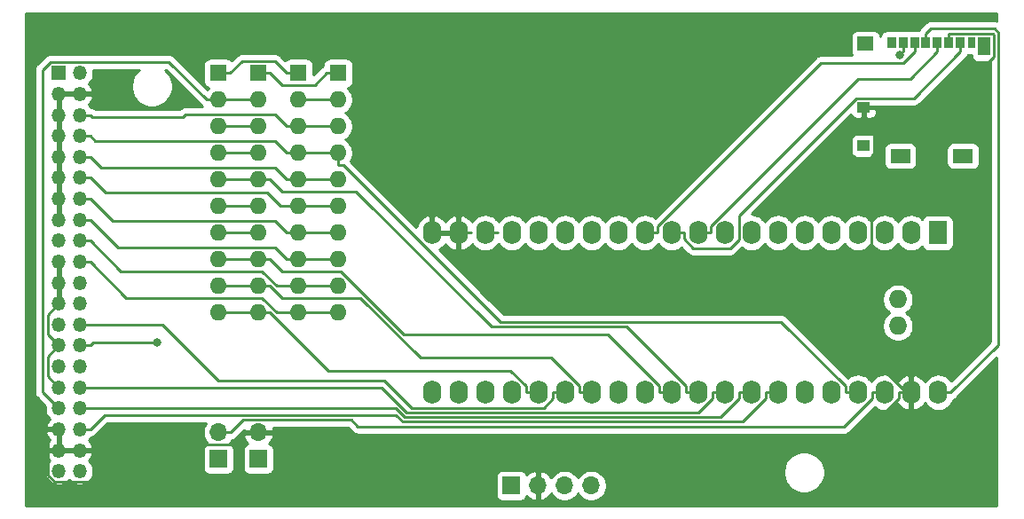
<source format=gbr>
%TF.GenerationSoftware,KiCad,Pcbnew,(5.1.10)-1*%
%TF.CreationDate,2021-06-14T15:07:00+02:00*%
%TF.ProjectId,bluepill_scsi,626c7565-7069-46c6-9c5f-736373692e6b,rev?*%
%TF.SameCoordinates,Original*%
%TF.FileFunction,Copper,L1,Top*%
%TF.FilePolarity,Positive*%
%FSLAX46Y46*%
G04 Gerber Fmt 4.6, Leading zero omitted, Abs format (unit mm)*
G04 Created by KiCad (PCBNEW (5.1.10)-1) date 2021-06-14 15:07:00*
%MOMM*%
%LPD*%
G01*
G04 APERTURE LIST*
%TA.AperFunction,ComponentPad*%
%ADD10O,1.727200X1.727200*%
%TD*%
%TA.AperFunction,ComponentPad*%
%ADD11O,1.727200X2.250000*%
%TD*%
%TA.AperFunction,ComponentPad*%
%ADD12R,1.727200X2.250000*%
%TD*%
%TA.AperFunction,ComponentPad*%
%ADD13O,1.600000X1.600000*%
%TD*%
%TA.AperFunction,ComponentPad*%
%ADD14R,1.600000X1.600000*%
%TD*%
%TA.AperFunction,ComponentPad*%
%ADD15O,1.700000X1.700000*%
%TD*%
%TA.AperFunction,ComponentPad*%
%ADD16R,1.700000X1.700000*%
%TD*%
%TA.AperFunction,ComponentPad*%
%ADD17O,1.350000X1.350000*%
%TD*%
%TA.AperFunction,ComponentPad*%
%ADD18R,1.350000X1.350000*%
%TD*%
%TA.AperFunction,SMDPad,CuDef*%
%ADD19R,0.850000X1.100000*%
%TD*%
%TA.AperFunction,SMDPad,CuDef*%
%ADD20R,0.750000X1.100000*%
%TD*%
%TA.AperFunction,SMDPad,CuDef*%
%ADD21R,1.170000X1.800000*%
%TD*%
%TA.AperFunction,SMDPad,CuDef*%
%ADD22R,1.550000X1.350000*%
%TD*%
%TA.AperFunction,SMDPad,CuDef*%
%ADD23R,1.200000X1.000000*%
%TD*%
%TA.AperFunction,SMDPad,CuDef*%
%ADD24R,1.900000X1.350000*%
%TD*%
%TA.AperFunction,ViaPad*%
%ADD25C,0.800000*%
%TD*%
%TA.AperFunction,Conductor*%
%ADD26C,0.250000*%
%TD*%
%TA.AperFunction,Conductor*%
%ADD27C,0.254000*%
%TD*%
%TA.AperFunction,Conductor*%
%ADD28C,0.100000*%
%TD*%
G04 APERTURE END LIST*
D10*
%TO.P,U1,42*%
%TO.N,N/C*%
X227380800Y-106690000D03*
%TO.P,U1,41*%
X227380800Y-109230000D03*
D11*
%TO.P,U1,40*%
%TO.N,+3V3*%
X231241600Y-115570000D03*
%TO.P,U1,39*%
%TO.N,GND*%
X228650800Y-115570000D03*
%TO.P,U1,38*%
%TO.N,VCC*%
X226110800Y-115570000D03*
%TO.P,U1,37*%
%TO.N,/SCSI_DAT1*%
X223570800Y-115570000D03*
%TO.P,U1,36*%
%TO.N,/SCSI_DAT0*%
X221030800Y-115570000D03*
%TO.P,U1,35*%
%TO.N,/SCSI_IO*%
X218490800Y-115570000D03*
%TO.P,U1,34*%
%TO.N,/SCSI_REQ*%
X215950800Y-115570000D03*
%TO.P,U1,33*%
%TO.N,/SCSI_CD*%
X213410800Y-115570000D03*
%TO.P,U1,32*%
%TO.N,/SCSI_SEL*%
X210870800Y-115570000D03*
%TO.P,U1,31*%
%TO.N,/SCSI_MSG*%
X208330800Y-115570000D03*
%TO.P,U1,30*%
%TO.N,/SCSI_RST*%
X205790800Y-115570000D03*
%TO.P,U1,29*%
%TO.N,N/C*%
X203250800Y-115570000D03*
%TO.P,U1,28*%
X200710800Y-115570000D03*
%TO.P,U1,27*%
%TO.N,/SCSI_ACK*%
X198170800Y-115570000D03*
%TO.P,U1,26*%
%TO.N,/SCSI_BSY*%
X195630800Y-115570000D03*
%TO.P,U1,25*%
%TO.N,/SCSI_ATN*%
X193090800Y-115570000D03*
%TO.P,U1,24*%
%TO.N,/SCSI_DAT7*%
X190550800Y-115570000D03*
%TO.P,U1,23*%
%TO.N,/SCSI_DAT6*%
X188010800Y-115570000D03*
%TO.P,U1,22*%
%TO.N,/SCSI_DAT5*%
X185470800Y-115570000D03*
%TO.P,U1,21*%
%TO.N,/SCSI_DAT4*%
X182930800Y-115570000D03*
%TO.P,U1,20*%
%TO.N,GND*%
X182930800Y-100330000D03*
%TO.P,U1,19*%
X185470800Y-100330000D03*
%TO.P,U1,18*%
%TO.N,+3V3*%
X188010800Y-100330000D03*
%TO.P,U1,17*%
%TO.N,N/C*%
X190550800Y-100330000D03*
%TO.P,U1,16*%
%TO.N,/SCSI_DAT3*%
X193090800Y-100330000D03*
%TO.P,U1,15*%
%TO.N,/SCSI_DAT2*%
X195630800Y-100330000D03*
%TO.P,U1,14*%
%TO.N,N/C*%
X198170800Y-100330000D03*
%TO.P,U1,13*%
%TO.N,/SCSI_DBP*%
X200710800Y-100330000D03*
%TO.P,U1,12*%
%TO.N,/SD_MOSI*%
X203250800Y-100330000D03*
%TO.P,U1,11*%
%TO.N,/SD_MISO*%
X205790800Y-100330000D03*
%TO.P,U1,10*%
%TO.N,/SD_CLK*%
X208330800Y-100330000D03*
%TO.P,U1,9*%
%TO.N,/SD_CS*%
X210870800Y-100330000D03*
%TO.P,U1,8*%
%TO.N,N/C*%
X213410800Y-100330000D03*
%TO.P,U1,7*%
X215950800Y-100330000D03*
%TO.P,U1,6*%
X218490800Y-100330000D03*
%TO.P,U1,5*%
X221030800Y-100330000D03*
%TO.P,U1,4*%
X223570800Y-100330000D03*
%TO.P,U1,3*%
X226110800Y-100330000D03*
%TO.P,U1,2*%
X228650800Y-100330000D03*
D12*
%TO.P,U1,1*%
X231190800Y-100330000D03*
%TD*%
D13*
%TO.P,RN4,10*%
%TO.N,/SCSI_DAT7*%
X173990000Y-107950000D03*
%TO.P,RN4,9*%
%TO.N,/SCSI_DAT6*%
X173990000Y-105410000D03*
%TO.P,RN4,8*%
%TO.N,/SCSI_DAT5*%
X173990000Y-102870000D03*
%TO.P,RN4,7*%
%TO.N,/SCSI_DAT4*%
X173990000Y-100330000D03*
%TO.P,RN4,6*%
%TO.N,/SCSI_DAT3*%
X173990000Y-97790000D03*
%TO.P,RN4,5*%
%TO.N,/SCSI_DAT2*%
X173990000Y-95250000D03*
%TO.P,RN4,4*%
%TO.N,/SCSI_DAT1*%
X173990000Y-92710000D03*
%TO.P,RN4,3*%
%TO.N,/SCSI_DAT0*%
X173990000Y-90170000D03*
%TO.P,RN4,2*%
%TO.N,/SCSI_DBP*%
X173990000Y-87630000D03*
D14*
%TO.P,RN4,1*%
%TO.N,Net-(JP1-Pad1)*%
X173990000Y-85090000D03*
%TD*%
D13*
%TO.P,RN3,10*%
%TO.N,/SCSI_DAT7*%
X170180000Y-107950000D03*
%TO.P,RN3,9*%
%TO.N,/SCSI_DAT6*%
X170180000Y-105410000D03*
%TO.P,RN3,8*%
%TO.N,/SCSI_DAT5*%
X170180000Y-102870000D03*
%TO.P,RN3,7*%
%TO.N,/SCSI_DAT4*%
X170180000Y-100330000D03*
%TO.P,RN3,6*%
%TO.N,/SCSI_DAT3*%
X170180000Y-97790000D03*
%TO.P,RN3,5*%
%TO.N,/SCSI_DAT2*%
X170180000Y-95250000D03*
%TO.P,RN3,4*%
%TO.N,/SCSI_DAT1*%
X170180000Y-92710000D03*
%TO.P,RN3,3*%
%TO.N,/SCSI_DAT0*%
X170180000Y-90170000D03*
%TO.P,RN3,2*%
%TO.N,/SCSI_DBP*%
X170180000Y-87630000D03*
D14*
%TO.P,RN3,1*%
%TO.N,Net-(JP2-Pad1)*%
X170180000Y-85090000D03*
%TD*%
%TO.P,RN2,1*%
%TO.N,Net-(JP1-Pad1)*%
X166370000Y-85090000D03*
D13*
%TO.P,RN2,2*%
%TO.N,/SCSI_IO*%
X166370000Y-87630000D03*
%TO.P,RN2,3*%
%TO.N,/SCSI_REQ*%
X166370000Y-90170000D03*
%TO.P,RN2,4*%
%TO.N,/SCSI_CD*%
X166370000Y-92710000D03*
%TO.P,RN2,5*%
%TO.N,/SCSI_MSG*%
X166370000Y-95250000D03*
%TO.P,RN2,6*%
%TO.N,/SCSI_BSY*%
X166370000Y-97790000D03*
%TO.P,RN2,7*%
%TO.N,/SCSI_SEL*%
X166370000Y-100330000D03*
%TO.P,RN2,8*%
%TO.N,/SCSI_RST*%
X166370000Y-102870000D03*
%TO.P,RN2,9*%
%TO.N,/SCSI_ACK*%
X166370000Y-105410000D03*
%TO.P,RN2,10*%
%TO.N,/SCSI_ATN*%
X166370000Y-107950000D03*
%TD*%
%TO.P,RN1,10*%
%TO.N,/SCSI_ATN*%
X162560000Y-107950000D03*
%TO.P,RN1,9*%
%TO.N,/SCSI_ACK*%
X162560000Y-105410000D03*
%TO.P,RN1,8*%
%TO.N,/SCSI_RST*%
X162560000Y-102870000D03*
%TO.P,RN1,7*%
%TO.N,/SCSI_SEL*%
X162560000Y-100330000D03*
%TO.P,RN1,6*%
%TO.N,/SCSI_BSY*%
X162560000Y-97790000D03*
%TO.P,RN1,5*%
%TO.N,/SCSI_MSG*%
X162560000Y-95250000D03*
%TO.P,RN1,4*%
%TO.N,/SCSI_CD*%
X162560000Y-92710000D03*
%TO.P,RN1,3*%
%TO.N,/SCSI_REQ*%
X162560000Y-90170000D03*
%TO.P,RN1,2*%
%TO.N,/SCSI_IO*%
X162560000Y-87630000D03*
D14*
%TO.P,RN1,1*%
%TO.N,Net-(JP2-Pad1)*%
X162560000Y-85090000D03*
%TD*%
D15*
%TO.P,JP2,2*%
%TO.N,VCC*%
X162560000Y-119380000D03*
D16*
%TO.P,JP2,1*%
%TO.N,Net-(JP2-Pad1)*%
X162560000Y-121920000D03*
%TD*%
D15*
%TO.P,JP1,2*%
%TO.N,GND*%
X166370000Y-119380000D03*
D16*
%TO.P,JP1,1*%
%TO.N,Net-(JP1-Pad1)*%
X166370000Y-121920000D03*
%TD*%
D17*
%TO.P,J5,40*%
%TO.N,N/C*%
X149320000Y-123090000D03*
%TO.P,J5,39*%
X147320000Y-123090000D03*
%TO.P,J5,38*%
%TO.N,GND*%
X149320000Y-121090000D03*
%TO.P,J5,37*%
X147320000Y-121090000D03*
%TO.P,J5,36*%
%TO.N,/SCSI_REQ*%
X149320000Y-119090000D03*
%TO.P,J5,35*%
%TO.N,GND*%
X147320000Y-119090000D03*
%TO.P,J5,34*%
%TO.N,/SCSI_CD*%
X149320000Y-117090000D03*
%TO.P,J5,33*%
%TO.N,/SCSI_IO*%
X147320000Y-117090000D03*
%TO.P,J5,32*%
%TO.N,/SCSI_SEL*%
X149320000Y-115090000D03*
%TO.P,J5,31*%
%TO.N,GND*%
X147320000Y-115090000D03*
%TO.P,J5,30*%
%TO.N,/SCSI_MSG*%
X149320000Y-113090000D03*
%TO.P,J5,29*%
%TO.N,/SCSI_RST*%
X147320000Y-113090000D03*
%TO.P,J5,28*%
%TO.N,/SCSI_ACK*%
X149320000Y-111090000D03*
%TO.P,J5,27*%
%TO.N,GND*%
X147320000Y-111090000D03*
%TO.P,J5,26*%
%TO.N,/SCSI_BSY*%
X149320000Y-109090000D03*
%TO.P,J5,25*%
%TO.N,/SCSI_ATN*%
X147320000Y-109090000D03*
%TO.P,J5,24*%
%TO.N,N/C*%
X149320000Y-107090000D03*
%TO.P,J5,23*%
%TO.N,GND*%
X147320000Y-107090000D03*
%TO.P,J5,22*%
%TO.N,/SCSI_DBP*%
X149320000Y-105090000D03*
%TO.P,J5,21*%
%TO.N,GND*%
X147320000Y-105090000D03*
%TO.P,J5,20*%
%TO.N,/SCSI_DAT7*%
X149320000Y-103090000D03*
%TO.P,J5,19*%
%TO.N,GND*%
X147320000Y-103090000D03*
%TO.P,J5,18*%
%TO.N,/SCSI_DAT6*%
X149320000Y-101090000D03*
%TO.P,J5,17*%
%TO.N,N/C*%
X147320000Y-101090000D03*
%TO.P,J5,16*%
%TO.N,/SCSI_DAT5*%
X149320000Y-99090000D03*
%TO.P,J5,15*%
%TO.N,GND*%
X147320000Y-99090000D03*
%TO.P,J5,14*%
%TO.N,/SCSI_DAT4*%
X149320000Y-97090000D03*
%TO.P,J5,13*%
%TO.N,GND*%
X147320000Y-97090000D03*
%TO.P,J5,12*%
%TO.N,/SCSI_DAT3*%
X149320000Y-95090000D03*
%TO.P,J5,11*%
%TO.N,GND*%
X147320000Y-95090000D03*
%TO.P,J5,10*%
%TO.N,/SCSI_DAT2*%
X149320000Y-93090000D03*
%TO.P,J5,9*%
%TO.N,GND*%
X147320000Y-93090000D03*
%TO.P,J5,8*%
%TO.N,/SCSI_DAT1*%
X149320000Y-91090000D03*
%TO.P,J5,7*%
%TO.N,GND*%
X147320000Y-91090000D03*
%TO.P,J5,6*%
%TO.N,/SCSI_DAT0*%
X149320000Y-89090000D03*
%TO.P,J5,5*%
%TO.N,GND*%
X147320000Y-89090000D03*
%TO.P,J5,4*%
X149320000Y-87090000D03*
%TO.P,J5,3*%
X147320000Y-87090000D03*
%TO.P,J5,2*%
%TO.N,VCC*%
X149320000Y-85090000D03*
D18*
%TO.P,J5,1*%
%TO.N,N/C*%
X147320000Y-85090000D03*
%TD*%
D16*
%TO.P,J3,1*%
%TO.N,+3V3*%
X190500000Y-124460000D03*
D15*
%TO.P,J3,2*%
%TO.N,GND*%
X193040000Y-124460000D03*
%TO.P,J3,3*%
%TO.N,/SCSI_BSY*%
X195580000Y-124460000D03*
%TO.P,J3,4*%
%TO.N,/SCSI_ACK*%
X198120000Y-124460000D03*
%TD*%
D19*
%TO.P,MicroSD,1*%
%TO.N,N/C*%
X226765000Y-82180000D03*
D20*
%TO.P,MicroSD,8*%
X234415000Y-82180000D03*
D19*
%TO.P,MicroSD,2*%
%TO.N,/SD_CS*%
X227865000Y-82180000D03*
%TO.P,MicroSD,3*%
%TO.N,/SD_MOSI*%
X228965000Y-82180000D03*
%TO.P,MicroSD,4*%
%TO.N,+3V3*%
X230065000Y-82180000D03*
%TO.P,MicroSD,5*%
%TO.N,/SD_CLK*%
X231165000Y-82180000D03*
%TO.P,MicroSD,6*%
%TO.N,GND*%
X232265000Y-82180000D03*
%TO.P,MicroSD,7*%
%TO.N,/SD_MISO*%
X233365000Y-82180000D03*
D21*
%TO.P,MicroSD,11*%
%TO.N,N/C*%
X235625000Y-82530000D03*
D22*
X224305000Y-82305000D03*
D23*
%TO.P,MicroSD,10*%
X224130000Y-92030000D03*
%TO.P,MicroSD,9*%
%TO.N,GND*%
X224130000Y-88330000D03*
D24*
%TO.P,MicroSD,11*%
%TO.N,N/C*%
X227630000Y-93005000D03*
X233600000Y-93005000D03*
%TD*%
D25*
%TO.N,/SD_CS*%
X227606300Y-83363900D03*
%TO.N,/SCSI_ACK*%
X156681000Y-110798000D03*
%TD*%
D26*
%TO.N,GND*%
X225101200Y-90126500D02*
X224130000Y-89155300D01*
X228193000Y-115570000D02*
X224894400Y-112271400D01*
X224894400Y-112271400D02*
X224894400Y-93010800D01*
X224894400Y-93010800D02*
X225101200Y-92804000D01*
X225101200Y-92804000D02*
X225101200Y-90126500D01*
X225101200Y-90126500D02*
X229973600Y-90126500D01*
X229973600Y-90126500D02*
X236535300Y-83564800D01*
X236535300Y-83564800D02*
X236535300Y-81422900D01*
X236535300Y-81422900D02*
X236417100Y-81304700D01*
X236417100Y-81304700D02*
X232265000Y-81304700D01*
X232265000Y-82180000D02*
X232265000Y-81304700D01*
X224130000Y-88330000D02*
X224130000Y-89155300D01*
X228193000Y-115570000D02*
X228650800Y-115570000D01*
X193040000Y-121148000D02*
X222479000Y-121148000D01*
X222479000Y-121148000D02*
X227462000Y-116164000D01*
X227462000Y-116164000D02*
X227462000Y-115570000D01*
X227462000Y-115570000D02*
X228193000Y-115570000D01*
X185471000Y-100330000D02*
X185470800Y-100330000D01*
X185471000Y-100330000D02*
X186660000Y-100330000D01*
X147320000Y-111090000D02*
X146264000Y-110034000D01*
X146264000Y-110034000D02*
X146264000Y-108146000D01*
X146264000Y-108146000D02*
X147320000Y-107090000D01*
X147320000Y-115090000D02*
X146264000Y-114034000D01*
X146264000Y-114034000D02*
X146264000Y-112146000D01*
X146264000Y-112146000D02*
X147320000Y-111090000D01*
X228650800Y-115570000D02*
X228651000Y-115570000D01*
X193040000Y-124460000D02*
X193040000Y-121148000D01*
X166370000Y-119380000D02*
X165195000Y-119380000D01*
X165195000Y-119380000D02*
X164019000Y-120555000D01*
X164019000Y-120555000D02*
X159730000Y-120555000D01*
X159730000Y-120555000D02*
X156160000Y-124126000D01*
X156160000Y-124126000D02*
X146932000Y-124126000D01*
X146932000Y-124126000D02*
X146303000Y-123497000D01*
X146303000Y-123497000D02*
X146303000Y-120107000D01*
X166370000Y-119380000D02*
X167545000Y-119380000D01*
X167545000Y-119380000D02*
X169313000Y-121148000D01*
X169313000Y-121148000D02*
X193040000Y-121148000D01*
X149320000Y-121090000D02*
X147320000Y-121090000D01*
X146337000Y-120107000D02*
X146303000Y-120107000D01*
%TO.N,/SD_MISO*%
X205790800Y-100330000D02*
X206979700Y-100330000D01*
X233365000Y-82180000D02*
X233365000Y-83055300D01*
X233365000Y-83055300D02*
X228915600Y-87504700D01*
X228915600Y-87504700D02*
X223395200Y-87504700D01*
X223395200Y-87504700D02*
X212221800Y-98678100D01*
X212221800Y-98678100D02*
X212221800Y-100944200D01*
X212221800Y-100944200D02*
X211367600Y-101798400D01*
X211367600Y-101798400D02*
X207853700Y-101798400D01*
X207853700Y-101798400D02*
X206979700Y-100924400D01*
X206979700Y-100924400D02*
X206979700Y-100330000D01*
%TO.N,/SD_CLK*%
X208330800Y-100330000D02*
X209519700Y-100330000D01*
X231165000Y-82180000D02*
X231165000Y-83055300D01*
X231165000Y-83055300D02*
X228565900Y-85654400D01*
X228565900Y-85654400D02*
X223600900Y-85654400D01*
X223600900Y-85654400D02*
X209519700Y-99735600D01*
X209519700Y-99735600D02*
X209519700Y-100330000D01*
%TO.N,+3V3*%
X232430500Y-115570000D02*
X236989600Y-111010900D01*
X236989600Y-111010900D02*
X236989600Y-81232500D01*
X236989600Y-81232500D02*
X236611500Y-80854400D01*
X236611500Y-80854400D02*
X230515300Y-80854400D01*
X230515300Y-80854400D02*
X230065000Y-81304700D01*
X230065000Y-82180000D02*
X230065000Y-81304700D01*
X231241600Y-115570000D02*
X232430500Y-115570000D01*
X188011000Y-100330000D02*
X188010800Y-100330000D01*
X188011000Y-100330000D02*
X189200000Y-100330000D01*
%TO.N,/SD_MOSI*%
X228965000Y-83055300D02*
X227897500Y-84122800D01*
X227897500Y-84122800D02*
X220052400Y-84122800D01*
X220052400Y-84122800D02*
X204439700Y-99735500D01*
X204439700Y-99735500D02*
X204439700Y-100330000D01*
X203250800Y-100330000D02*
X204439700Y-100330000D01*
X228965000Y-82180000D02*
X228965000Y-83055300D01*
%TO.N,/SD_CS*%
X227865000Y-82180000D02*
X227865000Y-83055300D01*
X227865000Y-83055300D02*
X227606300Y-83314000D01*
X227606300Y-83314000D02*
X227606300Y-83363900D01*
%TO.N,/SCSI_ACK*%
X198170800Y-115570000D02*
X198171000Y-115570000D01*
X166370000Y-105410000D02*
X167495000Y-105410000D01*
X167495000Y-105410000D02*
X168621000Y-106535000D01*
X168621000Y-106535000D02*
X176094000Y-106535000D01*
X176094000Y-106535000D02*
X181828000Y-112269000D01*
X181828000Y-112269000D02*
X194275000Y-112269000D01*
X194275000Y-112269000D02*
X196982000Y-114976000D01*
X196982000Y-114976000D02*
X196982000Y-115570000D01*
X196982000Y-115570000D02*
X198170800Y-115570000D01*
X156681000Y-110798000D02*
X150612000Y-110798000D01*
X150612000Y-110798000D02*
X150320000Y-111090000D01*
X150320000Y-111090000D02*
X149320000Y-111090000D01*
X166370000Y-105410000D02*
X162560000Y-105410000D01*
%TO.N,/SCSI_BSY*%
X195630800Y-115570000D02*
X194442000Y-115570000D01*
X194442000Y-115570000D02*
X194442000Y-116164000D01*
X194442000Y-116164000D02*
X193582000Y-117024000D01*
X193582000Y-117024000D02*
X180994000Y-117024000D01*
X180994000Y-117024000D02*
X178414000Y-114445000D01*
X178414000Y-114445000D02*
X162524000Y-114445000D01*
X162524000Y-114445000D02*
X157169000Y-109090000D01*
X157169000Y-109090000D02*
X149320000Y-109090000D01*
X195631000Y-115570000D02*
X195630800Y-115570000D01*
X166370000Y-97790000D02*
X162560000Y-97790000D01*
%TO.N,/SCSI_REQ*%
X215950800Y-115570000D02*
X215951000Y-115570000D01*
X149320000Y-119090000D02*
X150320000Y-119090000D01*
X150320000Y-119090000D02*
X151664000Y-117746000D01*
X151664000Y-117746000D02*
X179487000Y-117746000D01*
X179487000Y-117746000D02*
X180115000Y-118375000D01*
X180115000Y-118375000D02*
X212552000Y-118375000D01*
X212552000Y-118375000D02*
X214762000Y-116164000D01*
X214762000Y-116164000D02*
X214762000Y-115570000D01*
X214762000Y-115570000D02*
X215950800Y-115570000D01*
X166370000Y-90170000D02*
X162560000Y-90170000D01*
%TO.N,/SCSI_CD*%
X213410800Y-115570000D02*
X213411000Y-115570000D01*
X149320000Y-117090000D02*
X179468000Y-117090000D01*
X179468000Y-117090000D02*
X180302000Y-117924000D01*
X180302000Y-117924000D02*
X210462000Y-117924000D01*
X210462000Y-117924000D02*
X212222000Y-116164000D01*
X212222000Y-116164000D02*
X212222000Y-115570000D01*
X212222000Y-115570000D02*
X213410800Y-115570000D01*
X166370000Y-92710000D02*
X162560000Y-92710000D01*
%TO.N,/SCSI_IO*%
X147320000Y-117090000D02*
X145755000Y-115525000D01*
X145755000Y-115525000D02*
X145755000Y-84789900D01*
X145755000Y-84789900D02*
X146510000Y-84035400D01*
X146510000Y-84035400D02*
X157840000Y-84035400D01*
X157840000Y-84035400D02*
X161435000Y-87630000D01*
X161435000Y-87630000D02*
X162560000Y-87630000D01*
X166370000Y-87630000D02*
X162560000Y-87630000D01*
%TO.N,/SCSI_SEL*%
X210870800Y-115570000D02*
X210871000Y-115570000D01*
X149320000Y-115090000D02*
X178104000Y-115090000D01*
X178104000Y-115090000D02*
X180489000Y-117474000D01*
X180489000Y-117474000D02*
X208372000Y-117474000D01*
X208372000Y-117474000D02*
X209682000Y-116164000D01*
X209682000Y-116164000D02*
X209682000Y-115570000D01*
X209682000Y-115570000D02*
X210870800Y-115570000D01*
X166370000Y-100330000D02*
X162560000Y-100330000D01*
%TO.N,/SCSI_MSG*%
X208330800Y-115570000D02*
X208331000Y-115570000D01*
X166370000Y-95250000D02*
X167495000Y-95250000D01*
X167495000Y-95250000D02*
X168621000Y-96375300D01*
X168621000Y-96375300D02*
X175686000Y-96375300D01*
X175686000Y-96375300D02*
X188612000Y-109301000D01*
X188612000Y-109301000D02*
X201467000Y-109301000D01*
X201467000Y-109301000D02*
X207142000Y-114976000D01*
X207142000Y-114976000D02*
X207142000Y-115570000D01*
X207142000Y-115570000D02*
X208330800Y-115570000D01*
X166370000Y-95250000D02*
X162560000Y-95250000D01*
%TO.N,/SCSI_RST*%
X205790800Y-115570000D02*
X205791000Y-115570000D01*
X166370000Y-102870000D02*
X167495000Y-102870000D01*
X167495000Y-102870000D02*
X168621000Y-103995000D01*
X168621000Y-103995000D02*
X174191000Y-103995000D01*
X174191000Y-103995000D02*
X180271000Y-110076000D01*
X180271000Y-110076000D02*
X199702000Y-110076000D01*
X199702000Y-110076000D02*
X204602000Y-114976000D01*
X204602000Y-114976000D02*
X204602000Y-115570000D01*
X204602000Y-115570000D02*
X205790800Y-115570000D01*
X166370000Y-102870000D02*
X162560000Y-102870000D01*
%TO.N,/SCSI_ATN*%
X193090800Y-115570000D02*
X193091000Y-115570000D01*
X166370000Y-107950000D02*
X167495000Y-107950000D01*
X167495000Y-107950000D02*
X173026000Y-113481000D01*
X173026000Y-113481000D02*
X190407000Y-113481000D01*
X190407000Y-113481000D02*
X191902000Y-114976000D01*
X191902000Y-114976000D02*
X191902000Y-115570000D01*
X191902000Y-115570000D02*
X193090800Y-115570000D01*
X162560000Y-107950000D02*
X166370000Y-107950000D01*
%TO.N,/SCSI_DBP*%
X170180000Y-87630000D02*
X173990000Y-87630000D01*
%TO.N,/SCSI_DAT7*%
X149320000Y-103090000D02*
X150320000Y-103090000D01*
X150320000Y-103090000D02*
X153766000Y-106535000D01*
X153766000Y-106535000D02*
X166718000Y-106535000D01*
X166718000Y-106535000D02*
X168132000Y-107950000D01*
X168132000Y-107950000D02*
X170180000Y-107950000D01*
X170180000Y-107950000D02*
X173990000Y-107950000D01*
%TO.N,/SCSI_DAT6*%
X149320000Y-101090000D02*
X150320000Y-101090000D01*
X150320000Y-101090000D02*
X153226000Y-103995000D01*
X153226000Y-103995000D02*
X166718000Y-103995000D01*
X166718000Y-103995000D02*
X168132000Y-105410000D01*
X168132000Y-105410000D02*
X170180000Y-105410000D01*
X170180000Y-105410000D02*
X173990000Y-105410000D01*
%TO.N,/SCSI_DAT5*%
X149320000Y-99090000D02*
X150320000Y-99090000D01*
X150320000Y-99090000D02*
X152975000Y-101745000D01*
X152975000Y-101745000D02*
X167929000Y-101745000D01*
X167929000Y-101745000D02*
X169055000Y-102870000D01*
X169055000Y-102870000D02*
X170180000Y-102870000D01*
X170180000Y-102870000D02*
X173990000Y-102870000D01*
%TO.N,/SCSI_DAT4*%
X170180000Y-100330000D02*
X173990000Y-100330000D01*
X149320000Y-97090000D02*
X150320000Y-97090000D01*
X150320000Y-97090000D02*
X152435000Y-99204700D01*
X152435000Y-99204700D02*
X167929000Y-99204700D01*
X167929000Y-99204700D02*
X169055000Y-100330000D01*
X169055000Y-100330000D02*
X170180000Y-100330000D01*
%TO.N,/SCSI_DAT3*%
X149320000Y-95090000D02*
X150320000Y-95090000D01*
X150320000Y-95090000D02*
X151750000Y-96520000D01*
X151750000Y-96520000D02*
X167190000Y-96520000D01*
X167190000Y-96520000D02*
X168460000Y-97790000D01*
X168460000Y-97790000D02*
X170180000Y-97790000D01*
X170180000Y-97790000D02*
X173990000Y-97790000D01*
%TO.N,/SCSI_DAT2*%
X149320000Y-93090000D02*
X150320000Y-93090000D01*
X150320000Y-93090000D02*
X151355000Y-94124700D01*
X151355000Y-94124700D02*
X167929000Y-94124700D01*
X167929000Y-94124700D02*
X169055000Y-95250000D01*
X169055000Y-95250000D02*
X170180000Y-95250000D01*
X170180000Y-95250000D02*
X173990000Y-95250000D01*
%TO.N,/SCSI_DAT1*%
X223570800Y-115570000D02*
X223571000Y-115570000D01*
X173990000Y-92710000D02*
X173990000Y-93835300D01*
X173990000Y-93835300D02*
X174454000Y-93835300D01*
X174454000Y-93835300D02*
X189469000Y-108851000D01*
X189469000Y-108851000D02*
X216257000Y-108851000D01*
X216257000Y-108851000D02*
X222382000Y-114976000D01*
X222382000Y-114976000D02*
X222382000Y-115570000D01*
X222382000Y-115570000D02*
X223570800Y-115570000D01*
X170180000Y-92710000D02*
X173990000Y-92710000D01*
X149320000Y-91090000D02*
X150320000Y-91090000D01*
X150320000Y-91090000D02*
X150815000Y-91584700D01*
X150815000Y-91584700D02*
X167929000Y-91584700D01*
X167929000Y-91584700D02*
X169055000Y-92710000D01*
X169055000Y-92710000D02*
X170180000Y-92710000D01*
%TO.N,/SCSI_DAT0*%
X149320000Y-89090000D02*
X150320000Y-89090000D01*
X150320000Y-89090000D02*
X150536000Y-89305400D01*
X150536000Y-89305400D02*
X159143000Y-89305400D01*
X159143000Y-89305400D02*
X159404000Y-89044700D01*
X159404000Y-89044700D02*
X167929000Y-89044700D01*
X167929000Y-89044700D02*
X169055000Y-90170000D01*
X169055000Y-90170000D02*
X170180000Y-90170000D01*
X170180000Y-90170000D02*
X173990000Y-90170000D01*
%TO.N,VCC*%
X226110800Y-115570000D02*
X226111000Y-115570000D01*
X162560000Y-119380000D02*
X163735000Y-119380000D01*
X163735000Y-119380000D02*
X164919000Y-118197000D01*
X164919000Y-118197000D02*
X175240000Y-118197000D01*
X175240000Y-118197000D02*
X175869000Y-118825000D01*
X175869000Y-118825000D02*
X222261000Y-118825000D01*
X222261000Y-118825000D02*
X224922000Y-116164000D01*
X224922000Y-116164000D02*
X224922000Y-115570000D01*
X224922000Y-115570000D02*
X226110800Y-115570000D01*
%TO.N,Net-(JP1-Pad1)*%
X166370000Y-85090000D02*
X167495000Y-85090000D01*
X167495000Y-85090000D02*
X168621000Y-86215300D01*
X168621000Y-86215300D02*
X171739000Y-86215300D01*
X171739000Y-86215300D02*
X172865000Y-85090000D01*
X172865000Y-85090000D02*
X173990000Y-85090000D01*
%TO.N,Net-(JP2-Pad1)*%
X162560000Y-85090000D02*
X163685000Y-85090000D01*
X163685000Y-85090000D02*
X164811000Y-83964700D01*
X164811000Y-83964700D02*
X167929000Y-83964700D01*
X167929000Y-83964700D02*
X169055000Y-85090000D01*
X169055000Y-85090000D02*
X170180000Y-85090000D01*
%TD*%
D27*
%TO.N,GND*%
X236830000Y-80126483D02*
X236760486Y-80105397D01*
X236648833Y-80094400D01*
X236648822Y-80094400D01*
X236611500Y-80090724D01*
X236574178Y-80094400D01*
X230552622Y-80094400D01*
X230515299Y-80090724D01*
X230477976Y-80094400D01*
X230477967Y-80094400D01*
X230366314Y-80105397D01*
X230223053Y-80148854D01*
X230091024Y-80219426D01*
X229975299Y-80314399D01*
X229951496Y-80343403D01*
X229553998Y-80740901D01*
X229525000Y-80764699D01*
X229501202Y-80793697D01*
X229501201Y-80793698D01*
X229430026Y-80880424D01*
X229370425Y-80991928D01*
X228540000Y-80991928D01*
X228415518Y-81004188D01*
X228415000Y-81004345D01*
X228414482Y-81004188D01*
X228290000Y-80991928D01*
X227440000Y-80991928D01*
X227315518Y-81004188D01*
X227315000Y-81004345D01*
X227314482Y-81004188D01*
X227190000Y-80991928D01*
X226340000Y-80991928D01*
X226215518Y-81004188D01*
X226095820Y-81040498D01*
X225985506Y-81099463D01*
X225888815Y-81178815D01*
X225809463Y-81275506D01*
X225750498Y-81385820D01*
X225714188Y-81505518D01*
X225710000Y-81548041D01*
X225705812Y-81505518D01*
X225669502Y-81385820D01*
X225610537Y-81275506D01*
X225531185Y-81178815D01*
X225434494Y-81099463D01*
X225324180Y-81040498D01*
X225204482Y-81004188D01*
X225080000Y-80991928D01*
X223530000Y-80991928D01*
X223405518Y-81004188D01*
X223285820Y-81040498D01*
X223175506Y-81099463D01*
X223078815Y-81178815D01*
X222999463Y-81275506D01*
X222940498Y-81385820D01*
X222904188Y-81505518D01*
X222891928Y-81630000D01*
X222891928Y-82980000D01*
X222904188Y-83104482D01*
X222940498Y-83224180D01*
X222999463Y-83334494D01*
X223022693Y-83362800D01*
X220089722Y-83362800D01*
X220052399Y-83359124D01*
X220015076Y-83362800D01*
X220015067Y-83362800D01*
X219903414Y-83373797D01*
X219760153Y-83417254D01*
X219628123Y-83487826D01*
X219597588Y-83512886D01*
X219512399Y-83582799D01*
X219488601Y-83611797D01*
X204195312Y-98905087D01*
X204087406Y-98816531D01*
X203827064Y-98677375D01*
X203544577Y-98591684D01*
X203250800Y-98562749D01*
X202957024Y-98591684D01*
X202674537Y-98677375D01*
X202414195Y-98816531D01*
X202186003Y-99003803D01*
X201998731Y-99231994D01*
X201980800Y-99265540D01*
X201962869Y-99231994D01*
X201775597Y-99003803D01*
X201547406Y-98816531D01*
X201287064Y-98677375D01*
X201004577Y-98591684D01*
X200710800Y-98562749D01*
X200417024Y-98591684D01*
X200134537Y-98677375D01*
X199874195Y-98816531D01*
X199646003Y-99003803D01*
X199458731Y-99231994D01*
X199440800Y-99265540D01*
X199422869Y-99231994D01*
X199235597Y-99003803D01*
X199007406Y-98816531D01*
X198747064Y-98677375D01*
X198464577Y-98591684D01*
X198170800Y-98562749D01*
X197877024Y-98591684D01*
X197594537Y-98677375D01*
X197334195Y-98816531D01*
X197106003Y-99003803D01*
X196918731Y-99231994D01*
X196900800Y-99265540D01*
X196882869Y-99231994D01*
X196695597Y-99003803D01*
X196467406Y-98816531D01*
X196207064Y-98677375D01*
X195924577Y-98591684D01*
X195630800Y-98562749D01*
X195337024Y-98591684D01*
X195054537Y-98677375D01*
X194794195Y-98816531D01*
X194566003Y-99003803D01*
X194378731Y-99231994D01*
X194360800Y-99265540D01*
X194342869Y-99231994D01*
X194155597Y-99003803D01*
X193927406Y-98816531D01*
X193667064Y-98677375D01*
X193384577Y-98591684D01*
X193090800Y-98562749D01*
X192797024Y-98591684D01*
X192514537Y-98677375D01*
X192254195Y-98816531D01*
X192026003Y-99003803D01*
X191838731Y-99231994D01*
X191820800Y-99265540D01*
X191802869Y-99231994D01*
X191615597Y-99003803D01*
X191387406Y-98816531D01*
X191127064Y-98677375D01*
X190844577Y-98591684D01*
X190550800Y-98562749D01*
X190257024Y-98591684D01*
X189974537Y-98677375D01*
X189714195Y-98816531D01*
X189486003Y-99003803D01*
X189298731Y-99231994D01*
X189280800Y-99265540D01*
X189262869Y-99231994D01*
X189075597Y-99003803D01*
X188847406Y-98816531D01*
X188587064Y-98677375D01*
X188304577Y-98591684D01*
X188010800Y-98562749D01*
X187717024Y-98591684D01*
X187434537Y-98677375D01*
X187174195Y-98816531D01*
X186946003Y-99003803D01*
X186758731Y-99231994D01*
X186737693Y-99271353D01*
X186646283Y-99130426D01*
X186440668Y-98919127D01*
X186197781Y-98752002D01*
X185926957Y-98635473D01*
X185829826Y-98613642D01*
X185597800Y-98734783D01*
X185597800Y-100203000D01*
X185617800Y-100203000D01*
X185617800Y-100457000D01*
X185597800Y-100457000D01*
X185597800Y-101925217D01*
X185829826Y-102046358D01*
X185926957Y-102024527D01*
X186197781Y-101907998D01*
X186440668Y-101740873D01*
X186646283Y-101529574D01*
X186737694Y-101388647D01*
X186758731Y-101428005D01*
X186946003Y-101656197D01*
X187174194Y-101843469D01*
X187434536Y-101982625D01*
X187717023Y-102068316D01*
X188010800Y-102097251D01*
X188304576Y-102068316D01*
X188587063Y-101982625D01*
X188847405Y-101843469D01*
X189075597Y-101656197D01*
X189262869Y-101428006D01*
X189280800Y-101394459D01*
X189298731Y-101428005D01*
X189486003Y-101656197D01*
X189714194Y-101843469D01*
X189974536Y-101982625D01*
X190257023Y-102068316D01*
X190550800Y-102097251D01*
X190844576Y-102068316D01*
X191127063Y-101982625D01*
X191387405Y-101843469D01*
X191615597Y-101656197D01*
X191802869Y-101428006D01*
X191820800Y-101394459D01*
X191838731Y-101428005D01*
X192026003Y-101656197D01*
X192254194Y-101843469D01*
X192514536Y-101982625D01*
X192797023Y-102068316D01*
X193090800Y-102097251D01*
X193384576Y-102068316D01*
X193667063Y-101982625D01*
X193927405Y-101843469D01*
X194155597Y-101656197D01*
X194342869Y-101428006D01*
X194360800Y-101394459D01*
X194378731Y-101428005D01*
X194566003Y-101656197D01*
X194794194Y-101843469D01*
X195054536Y-101982625D01*
X195337023Y-102068316D01*
X195630800Y-102097251D01*
X195924576Y-102068316D01*
X196207063Y-101982625D01*
X196467405Y-101843469D01*
X196695597Y-101656197D01*
X196882869Y-101428006D01*
X196900800Y-101394459D01*
X196918731Y-101428005D01*
X197106003Y-101656197D01*
X197334194Y-101843469D01*
X197594536Y-101982625D01*
X197877023Y-102068316D01*
X198170800Y-102097251D01*
X198464576Y-102068316D01*
X198747063Y-101982625D01*
X199007405Y-101843469D01*
X199235597Y-101656197D01*
X199422869Y-101428006D01*
X199440800Y-101394459D01*
X199458731Y-101428005D01*
X199646003Y-101656197D01*
X199874194Y-101843469D01*
X200134536Y-101982625D01*
X200417023Y-102068316D01*
X200710800Y-102097251D01*
X201004576Y-102068316D01*
X201287063Y-101982625D01*
X201547405Y-101843469D01*
X201775597Y-101656197D01*
X201962869Y-101428006D01*
X201980800Y-101394459D01*
X201998731Y-101428005D01*
X202186003Y-101656197D01*
X202414194Y-101843469D01*
X202674536Y-101982625D01*
X202957023Y-102068316D01*
X203250800Y-102097251D01*
X203544576Y-102068316D01*
X203827063Y-101982625D01*
X204087405Y-101843469D01*
X204315597Y-101656197D01*
X204502869Y-101428006D01*
X204520800Y-101394459D01*
X204538731Y-101428005D01*
X204726003Y-101656197D01*
X204954194Y-101843469D01*
X205214536Y-101982625D01*
X205497023Y-102068316D01*
X205790800Y-102097251D01*
X206084576Y-102068316D01*
X206367063Y-101982625D01*
X206627405Y-101843469D01*
X206735366Y-101754868D01*
X207289901Y-102309403D01*
X207313699Y-102338401D01*
X207429424Y-102433374D01*
X207561453Y-102503946D01*
X207704714Y-102547403D01*
X207816367Y-102558400D01*
X207816375Y-102558400D01*
X207853700Y-102562076D01*
X207891025Y-102558400D01*
X211330278Y-102558400D01*
X211367600Y-102562076D01*
X211404922Y-102558400D01*
X211404933Y-102558400D01*
X211516586Y-102547403D01*
X211659847Y-102503946D01*
X211791876Y-102433374D01*
X211907601Y-102338401D01*
X211931403Y-102309398D01*
X212477054Y-101763748D01*
X212574194Y-101843469D01*
X212834536Y-101982625D01*
X213117023Y-102068316D01*
X213410800Y-102097251D01*
X213704576Y-102068316D01*
X213987063Y-101982625D01*
X214247405Y-101843469D01*
X214475597Y-101656197D01*
X214662869Y-101428006D01*
X214680800Y-101394459D01*
X214698731Y-101428005D01*
X214886003Y-101656197D01*
X215114194Y-101843469D01*
X215374536Y-101982625D01*
X215657023Y-102068316D01*
X215950800Y-102097251D01*
X216244576Y-102068316D01*
X216527063Y-101982625D01*
X216787405Y-101843469D01*
X217015597Y-101656197D01*
X217202869Y-101428006D01*
X217220800Y-101394459D01*
X217238731Y-101428005D01*
X217426003Y-101656197D01*
X217654194Y-101843469D01*
X217914536Y-101982625D01*
X218197023Y-102068316D01*
X218490800Y-102097251D01*
X218784576Y-102068316D01*
X219067063Y-101982625D01*
X219327405Y-101843469D01*
X219555597Y-101656197D01*
X219742869Y-101428006D01*
X219760800Y-101394459D01*
X219778731Y-101428005D01*
X219966003Y-101656197D01*
X220194194Y-101843469D01*
X220454536Y-101982625D01*
X220737023Y-102068316D01*
X221030800Y-102097251D01*
X221324576Y-102068316D01*
X221607063Y-101982625D01*
X221867405Y-101843469D01*
X222095597Y-101656197D01*
X222282869Y-101428006D01*
X222300800Y-101394459D01*
X222318731Y-101428005D01*
X222506003Y-101656197D01*
X222734194Y-101843469D01*
X222994536Y-101982625D01*
X223277023Y-102068316D01*
X223570800Y-102097251D01*
X223864576Y-102068316D01*
X224147063Y-101982625D01*
X224407405Y-101843469D01*
X224635597Y-101656197D01*
X224822869Y-101428006D01*
X224840800Y-101394459D01*
X224858731Y-101428005D01*
X225046003Y-101656197D01*
X225274194Y-101843469D01*
X225534536Y-101982625D01*
X225817023Y-102068316D01*
X226110800Y-102097251D01*
X226404576Y-102068316D01*
X226687063Y-101982625D01*
X226947405Y-101843469D01*
X227175597Y-101656197D01*
X227362869Y-101428006D01*
X227380800Y-101394459D01*
X227398731Y-101428005D01*
X227586003Y-101656197D01*
X227814194Y-101843469D01*
X228074536Y-101982625D01*
X228357023Y-102068316D01*
X228650800Y-102097251D01*
X228944576Y-102068316D01*
X229227063Y-101982625D01*
X229487405Y-101843469D01*
X229715597Y-101656197D01*
X229722214Y-101648135D01*
X229737698Y-101699180D01*
X229796663Y-101809494D01*
X229876015Y-101906185D01*
X229972706Y-101985537D01*
X230083020Y-102044502D01*
X230202718Y-102080812D01*
X230327200Y-102093072D01*
X232054400Y-102093072D01*
X232178882Y-102080812D01*
X232298580Y-102044502D01*
X232408894Y-101985537D01*
X232505585Y-101906185D01*
X232584937Y-101809494D01*
X232643902Y-101699180D01*
X232680212Y-101579482D01*
X232692472Y-101455000D01*
X232692472Y-99205000D01*
X232680212Y-99080518D01*
X232643902Y-98960820D01*
X232584937Y-98850506D01*
X232505585Y-98753815D01*
X232408894Y-98674463D01*
X232298580Y-98615498D01*
X232178882Y-98579188D01*
X232054400Y-98566928D01*
X230327200Y-98566928D01*
X230202718Y-98579188D01*
X230083020Y-98615498D01*
X229972706Y-98674463D01*
X229876015Y-98753815D01*
X229796663Y-98850506D01*
X229737698Y-98960820D01*
X229722214Y-99011865D01*
X229715597Y-99003803D01*
X229487406Y-98816531D01*
X229227064Y-98677375D01*
X228944577Y-98591684D01*
X228650800Y-98562749D01*
X228357024Y-98591684D01*
X228074537Y-98677375D01*
X227814195Y-98816531D01*
X227586003Y-99003803D01*
X227398731Y-99231994D01*
X227380800Y-99265540D01*
X227362869Y-99231994D01*
X227175597Y-99003803D01*
X226947406Y-98816531D01*
X226687064Y-98677375D01*
X226404577Y-98591684D01*
X226110800Y-98562749D01*
X225817024Y-98591684D01*
X225534537Y-98677375D01*
X225274195Y-98816531D01*
X225046003Y-99003803D01*
X224858731Y-99231994D01*
X224840800Y-99265540D01*
X224822869Y-99231994D01*
X224635597Y-99003803D01*
X224407406Y-98816531D01*
X224147064Y-98677375D01*
X223864577Y-98591684D01*
X223570800Y-98562749D01*
X223277024Y-98591684D01*
X222994537Y-98677375D01*
X222734195Y-98816531D01*
X222506003Y-99003803D01*
X222318731Y-99231994D01*
X222300800Y-99265540D01*
X222282869Y-99231994D01*
X222095597Y-99003803D01*
X221867406Y-98816531D01*
X221607064Y-98677375D01*
X221324577Y-98591684D01*
X221030800Y-98562749D01*
X220737024Y-98591684D01*
X220454537Y-98677375D01*
X220194195Y-98816531D01*
X219966003Y-99003803D01*
X219778731Y-99231994D01*
X219760800Y-99265540D01*
X219742869Y-99231994D01*
X219555597Y-99003803D01*
X219327406Y-98816531D01*
X219067064Y-98677375D01*
X218784577Y-98591684D01*
X218490800Y-98562749D01*
X218197024Y-98591684D01*
X217914537Y-98677375D01*
X217654195Y-98816531D01*
X217426003Y-99003803D01*
X217238731Y-99231994D01*
X217220800Y-99265540D01*
X217202869Y-99231994D01*
X217015597Y-99003803D01*
X216787406Y-98816531D01*
X216527064Y-98677375D01*
X216244577Y-98591684D01*
X215950800Y-98562749D01*
X215657024Y-98591684D01*
X215374537Y-98677375D01*
X215114195Y-98816531D01*
X214886003Y-99003803D01*
X214698731Y-99231994D01*
X214680800Y-99265540D01*
X214662869Y-99231994D01*
X214475597Y-99003803D01*
X214247406Y-98816531D01*
X213987064Y-98677375D01*
X213704577Y-98591684D01*
X213411849Y-98562852D01*
X220444701Y-91530000D01*
X222891928Y-91530000D01*
X222891928Y-92530000D01*
X222904188Y-92654482D01*
X222940498Y-92774180D01*
X222999463Y-92884494D01*
X223078815Y-92981185D01*
X223175506Y-93060537D01*
X223285820Y-93119502D01*
X223405518Y-93155812D01*
X223530000Y-93168072D01*
X224730000Y-93168072D01*
X224854482Y-93155812D01*
X224974180Y-93119502D01*
X225084494Y-93060537D01*
X225181185Y-92981185D01*
X225260537Y-92884494D01*
X225319502Y-92774180D01*
X225355812Y-92654482D01*
X225368072Y-92530000D01*
X225368072Y-92330000D01*
X226041928Y-92330000D01*
X226041928Y-93680000D01*
X226054188Y-93804482D01*
X226090498Y-93924180D01*
X226149463Y-94034494D01*
X226228815Y-94131185D01*
X226325506Y-94210537D01*
X226435820Y-94269502D01*
X226555518Y-94305812D01*
X226680000Y-94318072D01*
X228580000Y-94318072D01*
X228704482Y-94305812D01*
X228824180Y-94269502D01*
X228934494Y-94210537D01*
X229031185Y-94131185D01*
X229110537Y-94034494D01*
X229169502Y-93924180D01*
X229205812Y-93804482D01*
X229218072Y-93680000D01*
X229218072Y-92330000D01*
X232011928Y-92330000D01*
X232011928Y-93680000D01*
X232024188Y-93804482D01*
X232060498Y-93924180D01*
X232119463Y-94034494D01*
X232198815Y-94131185D01*
X232295506Y-94210537D01*
X232405820Y-94269502D01*
X232525518Y-94305812D01*
X232650000Y-94318072D01*
X234550000Y-94318072D01*
X234674482Y-94305812D01*
X234794180Y-94269502D01*
X234904494Y-94210537D01*
X235001185Y-94131185D01*
X235080537Y-94034494D01*
X235139502Y-93924180D01*
X235175812Y-93804482D01*
X235188072Y-93680000D01*
X235188072Y-92330000D01*
X235175812Y-92205518D01*
X235139502Y-92085820D01*
X235080537Y-91975506D01*
X235001185Y-91878815D01*
X234904494Y-91799463D01*
X234794180Y-91740498D01*
X234674482Y-91704188D01*
X234550000Y-91691928D01*
X232650000Y-91691928D01*
X232525518Y-91704188D01*
X232405820Y-91740498D01*
X232295506Y-91799463D01*
X232198815Y-91878815D01*
X232119463Y-91975506D01*
X232060498Y-92085820D01*
X232024188Y-92205518D01*
X232011928Y-92330000D01*
X229218072Y-92330000D01*
X229205812Y-92205518D01*
X229169502Y-92085820D01*
X229110537Y-91975506D01*
X229031185Y-91878815D01*
X228934494Y-91799463D01*
X228824180Y-91740498D01*
X228704482Y-91704188D01*
X228580000Y-91691928D01*
X226680000Y-91691928D01*
X226555518Y-91704188D01*
X226435820Y-91740498D01*
X226325506Y-91799463D01*
X226228815Y-91878815D01*
X226149463Y-91975506D01*
X226090498Y-92085820D01*
X226054188Y-92205518D01*
X226041928Y-92330000D01*
X225368072Y-92330000D01*
X225368072Y-91530000D01*
X225355812Y-91405518D01*
X225319502Y-91285820D01*
X225260537Y-91175506D01*
X225181185Y-91078815D01*
X225084494Y-90999463D01*
X224974180Y-90940498D01*
X224854482Y-90904188D01*
X224730000Y-90891928D01*
X223530000Y-90891928D01*
X223405518Y-90904188D01*
X223285820Y-90940498D01*
X223175506Y-90999463D01*
X223078815Y-91078815D01*
X222999463Y-91175506D01*
X222940498Y-91285820D01*
X222904188Y-91405518D01*
X222891928Y-91530000D01*
X220444701Y-91530000D01*
X222931194Y-89043508D01*
X222940498Y-89074180D01*
X222999463Y-89184494D01*
X223078815Y-89281185D01*
X223175506Y-89360537D01*
X223285820Y-89419502D01*
X223405518Y-89455812D01*
X223530000Y-89468072D01*
X223844250Y-89465000D01*
X224003000Y-89306250D01*
X224003000Y-88457000D01*
X224257000Y-88457000D01*
X224257000Y-89306250D01*
X224415750Y-89465000D01*
X224730000Y-89468072D01*
X224854482Y-89455812D01*
X224974180Y-89419502D01*
X225084494Y-89360537D01*
X225181185Y-89281185D01*
X225260537Y-89184494D01*
X225319502Y-89074180D01*
X225355812Y-88954482D01*
X225368072Y-88830000D01*
X225365000Y-88615750D01*
X225206250Y-88457000D01*
X224257000Y-88457000D01*
X224003000Y-88457000D01*
X223983000Y-88457000D01*
X223983000Y-88264700D01*
X228878278Y-88264700D01*
X228915600Y-88268376D01*
X228952922Y-88264700D01*
X228952933Y-88264700D01*
X229064586Y-88253703D01*
X229207847Y-88210246D01*
X229339876Y-88139674D01*
X229455601Y-88044701D01*
X229479404Y-88015697D01*
X233876003Y-83619099D01*
X233905001Y-83595301D01*
X233999974Y-83479576D01*
X234059575Y-83368072D01*
X234401928Y-83368072D01*
X234401928Y-83430000D01*
X234414188Y-83554482D01*
X234450498Y-83674180D01*
X234509463Y-83784494D01*
X234588815Y-83881185D01*
X234685506Y-83960537D01*
X234795820Y-84019502D01*
X234915518Y-84055812D01*
X235040000Y-84068072D01*
X236210000Y-84068072D01*
X236229601Y-84066142D01*
X236229600Y-110696098D01*
X232475655Y-114450044D01*
X232306397Y-114243803D01*
X232078205Y-114056531D01*
X231817863Y-113917375D01*
X231535376Y-113831684D01*
X231241600Y-113802749D01*
X230947823Y-113831684D01*
X230665336Y-113917375D01*
X230404994Y-114056531D01*
X230176803Y-114243803D01*
X229989531Y-114471995D01*
X229945544Y-114554289D01*
X229826283Y-114370426D01*
X229620668Y-114159127D01*
X229377781Y-113992002D01*
X229106957Y-113875473D01*
X229009826Y-113853642D01*
X228777800Y-113974783D01*
X228777800Y-115443000D01*
X228797800Y-115443000D01*
X228797800Y-115697000D01*
X228777800Y-115697000D01*
X228777800Y-117165217D01*
X229009826Y-117286358D01*
X229106957Y-117264527D01*
X229377781Y-117147998D01*
X229620668Y-116980873D01*
X229826283Y-116769574D01*
X229945543Y-116585711D01*
X229989531Y-116668006D01*
X230176803Y-116896197D01*
X230404995Y-117083469D01*
X230665337Y-117222625D01*
X230947824Y-117308316D01*
X231241600Y-117337251D01*
X231535377Y-117308316D01*
X231817864Y-117222625D01*
X232078206Y-117083469D01*
X232306397Y-116896197D01*
X232493669Y-116668006D01*
X232632825Y-116407664D01*
X232667851Y-116292198D01*
X232722747Y-116275546D01*
X232854776Y-116204974D01*
X232970501Y-116110001D01*
X232994304Y-116080997D01*
X236830001Y-112245301D01*
X236830001Y-126340000D01*
X144170000Y-126340000D01*
X144170000Y-122960976D01*
X146010000Y-122960976D01*
X146010000Y-123219024D01*
X146060342Y-123472113D01*
X146159093Y-123710518D01*
X146302456Y-123925077D01*
X146484923Y-124107544D01*
X146699482Y-124250907D01*
X146937887Y-124349658D01*
X147190976Y-124400000D01*
X147449024Y-124400000D01*
X147702113Y-124349658D01*
X147940518Y-124250907D01*
X148155077Y-124107544D01*
X148320000Y-123942621D01*
X148484923Y-124107544D01*
X148699482Y-124250907D01*
X148937887Y-124349658D01*
X149190976Y-124400000D01*
X149449024Y-124400000D01*
X149702113Y-124349658D01*
X149940518Y-124250907D01*
X150155077Y-124107544D01*
X150337544Y-123925077D01*
X150480907Y-123710518D01*
X150522543Y-123610000D01*
X189011928Y-123610000D01*
X189011928Y-125310000D01*
X189024188Y-125434482D01*
X189060498Y-125554180D01*
X189119463Y-125664494D01*
X189198815Y-125761185D01*
X189295506Y-125840537D01*
X189405820Y-125899502D01*
X189525518Y-125935812D01*
X189650000Y-125948072D01*
X191350000Y-125948072D01*
X191474482Y-125935812D01*
X191594180Y-125899502D01*
X191704494Y-125840537D01*
X191801185Y-125761185D01*
X191880537Y-125664494D01*
X191939502Y-125554180D01*
X191963966Y-125473534D01*
X192039731Y-125557588D01*
X192273080Y-125731641D01*
X192535901Y-125856825D01*
X192683110Y-125901476D01*
X192913000Y-125780155D01*
X192913000Y-124587000D01*
X192893000Y-124587000D01*
X192893000Y-124333000D01*
X192913000Y-124333000D01*
X192913000Y-123139845D01*
X193167000Y-123139845D01*
X193167000Y-124333000D01*
X193187000Y-124333000D01*
X193187000Y-124587000D01*
X193167000Y-124587000D01*
X193167000Y-125780155D01*
X193396890Y-125901476D01*
X193544099Y-125856825D01*
X193806920Y-125731641D01*
X194040269Y-125557588D01*
X194235178Y-125341355D01*
X194304805Y-125224466D01*
X194426525Y-125406632D01*
X194633368Y-125613475D01*
X194876589Y-125775990D01*
X195146842Y-125887932D01*
X195433740Y-125945000D01*
X195726260Y-125945000D01*
X196013158Y-125887932D01*
X196283411Y-125775990D01*
X196526632Y-125613475D01*
X196733475Y-125406632D01*
X196850000Y-125232240D01*
X196966525Y-125406632D01*
X197173368Y-125613475D01*
X197416589Y-125775990D01*
X197686842Y-125887932D01*
X197973740Y-125945000D01*
X198266260Y-125945000D01*
X198553158Y-125887932D01*
X198823411Y-125775990D01*
X199066632Y-125613475D01*
X199273475Y-125406632D01*
X199435990Y-125163411D01*
X199547932Y-124893158D01*
X199605000Y-124606260D01*
X199605000Y-124313740D01*
X199547932Y-124026842D01*
X199435990Y-123756589D01*
X199273475Y-123513368D01*
X199066632Y-123306525D01*
X198823411Y-123144010D01*
X198553158Y-123032068D01*
X198364268Y-122994495D01*
X216455000Y-122994495D01*
X216455000Y-123385505D01*
X216531282Y-123769003D01*
X216680915Y-124130250D01*
X216898149Y-124455364D01*
X217174636Y-124731851D01*
X217499750Y-124949085D01*
X217860997Y-125098718D01*
X218244495Y-125175000D01*
X218635505Y-125175000D01*
X219019003Y-125098718D01*
X219380250Y-124949085D01*
X219705364Y-124731851D01*
X219981851Y-124455364D01*
X220199085Y-124130250D01*
X220348718Y-123769003D01*
X220425000Y-123385505D01*
X220425000Y-122994495D01*
X220348718Y-122610997D01*
X220199085Y-122249750D01*
X219981851Y-121924636D01*
X219705364Y-121648149D01*
X219380250Y-121430915D01*
X219019003Y-121281282D01*
X218635505Y-121205000D01*
X218244495Y-121205000D01*
X217860997Y-121281282D01*
X217499750Y-121430915D01*
X217174636Y-121648149D01*
X216898149Y-121924636D01*
X216680915Y-122249750D01*
X216531282Y-122610997D01*
X216455000Y-122994495D01*
X198364268Y-122994495D01*
X198266260Y-122975000D01*
X197973740Y-122975000D01*
X197686842Y-123032068D01*
X197416589Y-123144010D01*
X197173368Y-123306525D01*
X196966525Y-123513368D01*
X196850000Y-123687760D01*
X196733475Y-123513368D01*
X196526632Y-123306525D01*
X196283411Y-123144010D01*
X196013158Y-123032068D01*
X195726260Y-122975000D01*
X195433740Y-122975000D01*
X195146842Y-123032068D01*
X194876589Y-123144010D01*
X194633368Y-123306525D01*
X194426525Y-123513368D01*
X194304805Y-123695534D01*
X194235178Y-123578645D01*
X194040269Y-123362412D01*
X193806920Y-123188359D01*
X193544099Y-123063175D01*
X193396890Y-123018524D01*
X193167000Y-123139845D01*
X192913000Y-123139845D01*
X192683110Y-123018524D01*
X192535901Y-123063175D01*
X192273080Y-123188359D01*
X192039731Y-123362412D01*
X191963966Y-123446466D01*
X191939502Y-123365820D01*
X191880537Y-123255506D01*
X191801185Y-123158815D01*
X191704494Y-123079463D01*
X191594180Y-123020498D01*
X191474482Y-122984188D01*
X191350000Y-122971928D01*
X189650000Y-122971928D01*
X189525518Y-122984188D01*
X189405820Y-123020498D01*
X189295506Y-123079463D01*
X189198815Y-123158815D01*
X189119463Y-123255506D01*
X189060498Y-123365820D01*
X189024188Y-123485518D01*
X189011928Y-123610000D01*
X150522543Y-123610000D01*
X150579658Y-123472113D01*
X150630000Y-123219024D01*
X150630000Y-122960976D01*
X150579658Y-122707887D01*
X150480907Y-122469482D01*
X150337544Y-122254923D01*
X150165940Y-122083319D01*
X150298303Y-121961227D01*
X150449473Y-121753629D01*
X150557238Y-121520528D01*
X150587910Y-121419400D01*
X150464224Y-121217000D01*
X149447000Y-121217000D01*
X149447000Y-121237000D01*
X149193000Y-121237000D01*
X149193000Y-121217000D01*
X147447000Y-121217000D01*
X147447000Y-121237000D01*
X147193000Y-121237000D01*
X147193000Y-121217000D01*
X146175776Y-121217000D01*
X146052090Y-121419400D01*
X146082762Y-121520528D01*
X146190527Y-121753629D01*
X146341697Y-121961227D01*
X146474060Y-122083319D01*
X146302456Y-122254923D01*
X146159093Y-122469482D01*
X146060342Y-122707887D01*
X146010000Y-122960976D01*
X144170000Y-122960976D01*
X144170000Y-119419400D01*
X146052090Y-119419400D01*
X146082762Y-119520528D01*
X146190527Y-119753629D01*
X146341697Y-119961227D01*
X146481304Y-120090000D01*
X146341697Y-120218773D01*
X146190527Y-120426371D01*
X146082762Y-120659472D01*
X146052090Y-120760600D01*
X146175776Y-120963000D01*
X147193000Y-120963000D01*
X147193000Y-119217000D01*
X146175776Y-119217000D01*
X146052090Y-119419400D01*
X144170000Y-119419400D01*
X144170000Y-84789648D01*
X144991324Y-84789648D01*
X144995001Y-84827109D01*
X144995000Y-115487678D01*
X144991324Y-115525000D01*
X144995000Y-115562322D01*
X144995000Y-115562332D01*
X145005997Y-115673985D01*
X145049454Y-115817246D01*
X145120026Y-115949276D01*
X145156957Y-115994276D01*
X145214999Y-116065001D01*
X145244003Y-116088804D01*
X146027615Y-116872417D01*
X146010000Y-116960976D01*
X146010000Y-117219024D01*
X146060342Y-117472113D01*
X146159093Y-117710518D01*
X146302456Y-117925077D01*
X146474060Y-118096681D01*
X146341697Y-118218773D01*
X146190527Y-118426371D01*
X146082762Y-118659472D01*
X146052090Y-118760600D01*
X146175776Y-118963000D01*
X147193000Y-118963000D01*
X147193000Y-118943000D01*
X147447000Y-118943000D01*
X147447000Y-118963000D01*
X147467000Y-118963000D01*
X147467000Y-119217000D01*
X147447000Y-119217000D01*
X147447000Y-120963000D01*
X149193000Y-120963000D01*
X149193000Y-120943000D01*
X149447000Y-120943000D01*
X149447000Y-120963000D01*
X150464224Y-120963000D01*
X150587910Y-120760600D01*
X150557238Y-120659472D01*
X150449473Y-120426371D01*
X150298303Y-120218773D01*
X150165940Y-120096681D01*
X150337544Y-119925077D01*
X150389848Y-119846797D01*
X150468986Y-119839003D01*
X150612247Y-119795546D01*
X150744276Y-119724974D01*
X150860001Y-119630001D01*
X150883804Y-119600997D01*
X151978802Y-118506000D01*
X161357994Y-118506000D01*
X161244010Y-118676589D01*
X161132068Y-118946842D01*
X161075000Y-119233740D01*
X161075000Y-119526260D01*
X161132068Y-119813158D01*
X161244010Y-120083411D01*
X161406525Y-120326632D01*
X161538380Y-120458487D01*
X161465820Y-120480498D01*
X161355506Y-120539463D01*
X161258815Y-120618815D01*
X161179463Y-120715506D01*
X161120498Y-120825820D01*
X161084188Y-120945518D01*
X161071928Y-121070000D01*
X161071928Y-122770000D01*
X161084188Y-122894482D01*
X161120498Y-123014180D01*
X161179463Y-123124494D01*
X161258815Y-123221185D01*
X161355506Y-123300537D01*
X161465820Y-123359502D01*
X161585518Y-123395812D01*
X161710000Y-123408072D01*
X163410000Y-123408072D01*
X163534482Y-123395812D01*
X163654180Y-123359502D01*
X163764494Y-123300537D01*
X163861185Y-123221185D01*
X163940537Y-123124494D01*
X163999502Y-123014180D01*
X164035812Y-122894482D01*
X164048072Y-122770000D01*
X164048072Y-121070000D01*
X164881928Y-121070000D01*
X164881928Y-122770000D01*
X164894188Y-122894482D01*
X164930498Y-123014180D01*
X164989463Y-123124494D01*
X165068815Y-123221185D01*
X165165506Y-123300537D01*
X165275820Y-123359502D01*
X165395518Y-123395812D01*
X165520000Y-123408072D01*
X167220000Y-123408072D01*
X167344482Y-123395812D01*
X167464180Y-123359502D01*
X167574494Y-123300537D01*
X167671185Y-123221185D01*
X167750537Y-123124494D01*
X167809502Y-123014180D01*
X167845812Y-122894482D01*
X167858072Y-122770000D01*
X167858072Y-121070000D01*
X167845812Y-120945518D01*
X167809502Y-120825820D01*
X167750537Y-120715506D01*
X167671185Y-120618815D01*
X167574494Y-120539463D01*
X167464180Y-120480498D01*
X167383534Y-120456034D01*
X167467588Y-120380269D01*
X167641641Y-120146920D01*
X167766825Y-119884099D01*
X167811476Y-119736890D01*
X167690155Y-119507000D01*
X166497000Y-119507000D01*
X166497000Y-119527000D01*
X166243000Y-119527000D01*
X166243000Y-119507000D01*
X165049845Y-119507000D01*
X164928524Y-119736890D01*
X164973175Y-119884099D01*
X165098359Y-120146920D01*
X165272412Y-120380269D01*
X165356466Y-120456034D01*
X165275820Y-120480498D01*
X165165506Y-120539463D01*
X165068815Y-120618815D01*
X164989463Y-120715506D01*
X164930498Y-120825820D01*
X164894188Y-120945518D01*
X164881928Y-121070000D01*
X164048072Y-121070000D01*
X164035812Y-120945518D01*
X163999502Y-120825820D01*
X163940537Y-120715506D01*
X163861185Y-120618815D01*
X163764494Y-120539463D01*
X163654180Y-120480498D01*
X163581620Y-120458487D01*
X163713475Y-120326632D01*
X163842808Y-120133072D01*
X163883669Y-120129065D01*
X163883820Y-120129019D01*
X163883986Y-120129003D01*
X163957312Y-120106760D01*
X164026948Y-120085669D01*
X164027088Y-120085594D01*
X164027247Y-120085546D01*
X164094450Y-120049625D01*
X164159007Y-120015153D01*
X164159130Y-120015052D01*
X164159276Y-120014974D01*
X164217834Y-119966916D01*
X164245764Y-119944015D01*
X164245875Y-119943904D01*
X164275001Y-119920001D01*
X164298700Y-119891124D01*
X165011011Y-119179414D01*
X165049845Y-119253000D01*
X166243000Y-119253000D01*
X166243000Y-119233000D01*
X166497000Y-119233000D01*
X166497000Y-119253000D01*
X167690155Y-119253000D01*
X167811476Y-119023110D01*
X167791424Y-118957000D01*
X174925552Y-118957000D01*
X175305394Y-119336239D01*
X175328999Y-119365001D01*
X175358229Y-119388990D01*
X175358446Y-119389206D01*
X175387256Y-119412811D01*
X175444724Y-119459974D01*
X175444994Y-119460118D01*
X175445229Y-119460311D01*
X175510623Y-119495198D01*
X175576753Y-119530546D01*
X175577048Y-119530635D01*
X175577315Y-119530778D01*
X175648231Y-119552228D01*
X175720014Y-119574003D01*
X175720319Y-119574033D01*
X175720610Y-119574121D01*
X175794170Y-119581307D01*
X175831667Y-119585000D01*
X175831976Y-119585000D01*
X175869607Y-119588676D01*
X175906629Y-119585000D01*
X222223678Y-119585000D01*
X222261000Y-119588676D01*
X222298322Y-119585000D01*
X222298333Y-119585000D01*
X222409986Y-119574003D01*
X222553247Y-119530546D01*
X222685276Y-119459974D01*
X222801001Y-119365001D01*
X222824804Y-119335997D01*
X225166069Y-116994733D01*
X225274195Y-117083469D01*
X225534537Y-117222625D01*
X225817024Y-117308316D01*
X226110800Y-117337251D01*
X226404577Y-117308316D01*
X226687064Y-117222625D01*
X226947406Y-117083469D01*
X227175597Y-116896197D01*
X227362869Y-116668006D01*
X227383907Y-116628647D01*
X227475317Y-116769574D01*
X227680932Y-116980873D01*
X227923819Y-117147998D01*
X228194643Y-117264527D01*
X228291774Y-117286358D01*
X228523800Y-117165217D01*
X228523800Y-115697000D01*
X228503800Y-115697000D01*
X228503800Y-115443000D01*
X228523800Y-115443000D01*
X228523800Y-113974783D01*
X228291774Y-113853642D01*
X228194643Y-113875473D01*
X227923819Y-113992002D01*
X227680932Y-114159127D01*
X227475317Y-114370426D01*
X227383907Y-114511353D01*
X227362869Y-114471994D01*
X227175597Y-114243803D01*
X226947405Y-114056531D01*
X226687063Y-113917375D01*
X226404576Y-113831684D01*
X226110800Y-113802749D01*
X225817023Y-113831684D01*
X225534536Y-113917375D01*
X225274194Y-114056531D01*
X225046003Y-114243803D01*
X224858731Y-114471995D01*
X224840800Y-114505541D01*
X224822869Y-114471994D01*
X224635597Y-114243803D01*
X224407405Y-114056531D01*
X224147063Y-113917375D01*
X223864576Y-113831684D01*
X223570800Y-113802749D01*
X223277023Y-113831684D01*
X222994536Y-113917375D01*
X222734194Y-114056531D01*
X222626069Y-114145267D01*
X216820804Y-108340003D01*
X216797001Y-108310999D01*
X216681276Y-108216026D01*
X216549247Y-108145454D01*
X216405986Y-108101997D01*
X216294333Y-108091000D01*
X216294322Y-108091000D01*
X216257000Y-108087324D01*
X216219678Y-108091000D01*
X189783813Y-108091000D01*
X188235287Y-106542401D01*
X225882200Y-106542401D01*
X225882200Y-106837599D01*
X225939790Y-107127125D01*
X226052758Y-107399853D01*
X226216761Y-107645302D01*
X226425498Y-107854039D01*
X226584081Y-107960000D01*
X226425498Y-108065961D01*
X226216761Y-108274698D01*
X226052758Y-108520147D01*
X225939790Y-108792875D01*
X225882200Y-109082401D01*
X225882200Y-109377599D01*
X225939790Y-109667125D01*
X226052758Y-109939853D01*
X226216761Y-110185302D01*
X226425498Y-110394039D01*
X226670947Y-110558042D01*
X226943675Y-110671010D01*
X227233201Y-110728600D01*
X227528399Y-110728600D01*
X227817925Y-110671010D01*
X228090653Y-110558042D01*
X228336102Y-110394039D01*
X228544839Y-110185302D01*
X228708842Y-109939853D01*
X228821810Y-109667125D01*
X228879400Y-109377599D01*
X228879400Y-109082401D01*
X228821810Y-108792875D01*
X228708842Y-108520147D01*
X228544839Y-108274698D01*
X228336102Y-108065961D01*
X228177519Y-107960000D01*
X228336102Y-107854039D01*
X228544839Y-107645302D01*
X228708842Y-107399853D01*
X228821810Y-107127125D01*
X228879400Y-106837599D01*
X228879400Y-106542401D01*
X228821810Y-106252875D01*
X228708842Y-105980147D01*
X228544839Y-105734698D01*
X228336102Y-105525961D01*
X228090653Y-105361958D01*
X227817925Y-105248990D01*
X227528399Y-105191400D01*
X227233201Y-105191400D01*
X226943675Y-105248990D01*
X226670947Y-105361958D01*
X226425498Y-105525961D01*
X226216761Y-105734698D01*
X226052758Y-105980147D01*
X225939790Y-106252875D01*
X225882200Y-106542401D01*
X188235287Y-106542401D01*
X183618150Y-101925050D01*
X183657781Y-101907998D01*
X183900668Y-101740873D01*
X184106283Y-101529574D01*
X184200800Y-101383858D01*
X184295317Y-101529574D01*
X184500932Y-101740873D01*
X184743819Y-101907998D01*
X185014643Y-102024527D01*
X185111774Y-102046358D01*
X185343800Y-101925217D01*
X185343800Y-100457000D01*
X183057800Y-100457000D01*
X183057800Y-100477000D01*
X182803800Y-100477000D01*
X182803800Y-100457000D01*
X182783800Y-100457000D01*
X182783800Y-100203000D01*
X182803800Y-100203000D01*
X182803800Y-98734783D01*
X183057800Y-98734783D01*
X183057800Y-100203000D01*
X185343800Y-100203000D01*
X185343800Y-98734783D01*
X185111774Y-98613642D01*
X185014643Y-98635473D01*
X184743819Y-98752002D01*
X184500932Y-98919127D01*
X184295317Y-99130426D01*
X184200800Y-99276142D01*
X184106283Y-99130426D01*
X183900668Y-98919127D01*
X183657781Y-98752002D01*
X183386957Y-98635473D01*
X183289826Y-98613642D01*
X183057800Y-98734783D01*
X182803800Y-98734783D01*
X182571774Y-98613642D01*
X182474643Y-98635473D01*
X182203819Y-98752002D01*
X181960932Y-98919127D01*
X181755317Y-99130426D01*
X181594875Y-99377778D01*
X181485772Y-99651678D01*
X181463798Y-99770598D01*
X175190198Y-93496707D01*
X175261680Y-93389727D01*
X175369853Y-93128574D01*
X175425000Y-92851335D01*
X175425000Y-92568665D01*
X175369853Y-92291426D01*
X175261680Y-92030273D01*
X175104637Y-91795241D01*
X174904759Y-91595363D01*
X174672241Y-91440000D01*
X174904759Y-91284637D01*
X175104637Y-91084759D01*
X175261680Y-90849727D01*
X175369853Y-90588574D01*
X175425000Y-90311335D01*
X175425000Y-90028665D01*
X175369853Y-89751426D01*
X175261680Y-89490273D01*
X175104637Y-89255241D01*
X174904759Y-89055363D01*
X174672241Y-88900000D01*
X174904759Y-88744637D01*
X175104637Y-88544759D01*
X175261680Y-88309727D01*
X175369853Y-88048574D01*
X175425000Y-87771335D01*
X175425000Y-87488665D01*
X175369853Y-87211426D01*
X175261680Y-86950273D01*
X175104637Y-86715241D01*
X174906039Y-86516643D01*
X174914482Y-86515812D01*
X175034180Y-86479502D01*
X175144494Y-86420537D01*
X175241185Y-86341185D01*
X175320537Y-86244494D01*
X175379502Y-86134180D01*
X175415812Y-86014482D01*
X175428072Y-85890000D01*
X175428072Y-84290000D01*
X175415812Y-84165518D01*
X175379502Y-84045820D01*
X175320537Y-83935506D01*
X175241185Y-83838815D01*
X175144494Y-83759463D01*
X175034180Y-83700498D01*
X174914482Y-83664188D01*
X174790000Y-83651928D01*
X173190000Y-83651928D01*
X173065518Y-83664188D01*
X172945820Y-83700498D01*
X172835506Y-83759463D01*
X172738815Y-83838815D01*
X172659463Y-83935506D01*
X172600498Y-84045820D01*
X172564188Y-84165518D01*
X172551928Y-84290000D01*
X172551928Y-84395585D01*
X172507078Y-84419559D01*
X172440921Y-84454894D01*
X172440828Y-84454971D01*
X172440724Y-84455026D01*
X172383749Y-84501784D01*
X172354172Y-84526042D01*
X172354086Y-84526128D01*
X172324999Y-84549999D01*
X172301278Y-84578903D01*
X171618072Y-85261685D01*
X171618072Y-84290000D01*
X171605812Y-84165518D01*
X171569502Y-84045820D01*
X171510537Y-83935506D01*
X171431185Y-83838815D01*
X171334494Y-83759463D01*
X171224180Y-83700498D01*
X171104482Y-83664188D01*
X170980000Y-83651928D01*
X169380000Y-83651928D01*
X169255518Y-83664188D01*
X169135820Y-83700498D01*
X169025506Y-83759463D01*
X168928815Y-83838815D01*
X168905996Y-83866621D01*
X168492726Y-83453609D01*
X168469001Y-83424699D01*
X168439908Y-83400823D01*
X168439827Y-83400742D01*
X168411831Y-83377781D01*
X168353276Y-83329726D01*
X168353170Y-83329669D01*
X168353078Y-83329594D01*
X168287589Y-83294615D01*
X168221247Y-83259154D01*
X168221132Y-83259119D01*
X168221027Y-83259063D01*
X168149995Y-83237540D01*
X168077986Y-83215697D01*
X168077866Y-83215685D01*
X168077753Y-83215651D01*
X168005328Y-83208541D01*
X167966333Y-83204700D01*
X167966207Y-83204700D01*
X167928763Y-83201024D01*
X167891558Y-83204700D01*
X164848450Y-83204700D01*
X164811237Y-83201023D01*
X164773786Y-83204700D01*
X164773667Y-83204700D01*
X164736232Y-83208387D01*
X164662247Y-83215651D01*
X164662134Y-83215685D01*
X164662014Y-83215697D01*
X164590005Y-83237540D01*
X164518973Y-83259063D01*
X164518868Y-83259119D01*
X164518753Y-83259154D01*
X164453078Y-83294259D01*
X164386921Y-83329594D01*
X164386828Y-83329671D01*
X164386724Y-83329726D01*
X164329749Y-83376484D01*
X164300172Y-83400742D01*
X164300086Y-83400828D01*
X164270999Y-83424699D01*
X164247278Y-83453603D01*
X163834004Y-83866620D01*
X163811185Y-83838815D01*
X163714494Y-83759463D01*
X163604180Y-83700498D01*
X163484482Y-83664188D01*
X163360000Y-83651928D01*
X161760000Y-83651928D01*
X161635518Y-83664188D01*
X161515820Y-83700498D01*
X161405506Y-83759463D01*
X161308815Y-83838815D01*
X161229463Y-83935506D01*
X161170498Y-84045820D01*
X161134188Y-84165518D01*
X161121928Y-84290000D01*
X161121928Y-85890000D01*
X161134188Y-86014482D01*
X161170498Y-86134180D01*
X161229463Y-86244494D01*
X161308815Y-86341185D01*
X161405506Y-86420537D01*
X161515820Y-86479502D01*
X161635518Y-86515812D01*
X161643961Y-86516643D01*
X161520178Y-86640426D01*
X158403786Y-83524381D01*
X158380001Y-83495399D01*
X158350986Y-83471587D01*
X158350971Y-83471572D01*
X158325586Y-83450742D01*
X158264276Y-83400426D01*
X158264253Y-83400414D01*
X158264240Y-83400403D01*
X158209952Y-83371389D01*
X158132247Y-83329854D01*
X158132224Y-83329847D01*
X158132207Y-83329838D01*
X158067850Y-83310320D01*
X157988986Y-83286397D01*
X157988963Y-83286395D01*
X157988944Y-83286389D01*
X157925176Y-83280112D01*
X157877333Y-83275400D01*
X157877304Y-83275400D01*
X157839958Y-83271724D01*
X157802656Y-83275400D01*
X146547450Y-83275400D01*
X146510253Y-83271724D01*
X146472801Y-83275400D01*
X146472667Y-83275400D01*
X146433736Y-83279234D01*
X146361262Y-83286348D01*
X146361142Y-83286384D01*
X146361014Y-83286397D01*
X146289336Y-83308140D01*
X146217987Y-83329757D01*
X146217874Y-83329817D01*
X146217753Y-83329854D01*
X146151574Y-83365228D01*
X146085934Y-83400286D01*
X146085837Y-83400366D01*
X146085724Y-83400426D01*
X146027293Y-83448379D01*
X145999184Y-83471432D01*
X145999097Y-83471519D01*
X145969999Y-83495399D01*
X145946279Y-83524302D01*
X145244093Y-84226023D01*
X145215000Y-84249899D01*
X145168419Y-84306659D01*
X145120167Y-84365414D01*
X145120106Y-84365527D01*
X145120027Y-84365624D01*
X145085356Y-84430489D01*
X145049551Y-84497420D01*
X145049513Y-84497544D01*
X145049455Y-84497653D01*
X145028182Y-84567782D01*
X145006047Y-84640666D01*
X145006034Y-84640794D01*
X145005998Y-84640914D01*
X144998829Y-84713703D01*
X144991324Y-84789648D01*
X144170000Y-84789648D01*
X144170000Y-79400000D01*
X236830000Y-79400000D01*
X236830000Y-80126483D01*
%TA.AperFunction,Conductor*%
D28*
G36*
X236830000Y-80126483D02*
G01*
X236760486Y-80105397D01*
X236648833Y-80094400D01*
X236648822Y-80094400D01*
X236611500Y-80090724D01*
X236574178Y-80094400D01*
X230552622Y-80094400D01*
X230515299Y-80090724D01*
X230477976Y-80094400D01*
X230477967Y-80094400D01*
X230366314Y-80105397D01*
X230223053Y-80148854D01*
X230091024Y-80219426D01*
X229975299Y-80314399D01*
X229951496Y-80343403D01*
X229553998Y-80740901D01*
X229525000Y-80764699D01*
X229501202Y-80793697D01*
X229501201Y-80793698D01*
X229430026Y-80880424D01*
X229370425Y-80991928D01*
X228540000Y-80991928D01*
X228415518Y-81004188D01*
X228415000Y-81004345D01*
X228414482Y-81004188D01*
X228290000Y-80991928D01*
X227440000Y-80991928D01*
X227315518Y-81004188D01*
X227315000Y-81004345D01*
X227314482Y-81004188D01*
X227190000Y-80991928D01*
X226340000Y-80991928D01*
X226215518Y-81004188D01*
X226095820Y-81040498D01*
X225985506Y-81099463D01*
X225888815Y-81178815D01*
X225809463Y-81275506D01*
X225750498Y-81385820D01*
X225714188Y-81505518D01*
X225710000Y-81548041D01*
X225705812Y-81505518D01*
X225669502Y-81385820D01*
X225610537Y-81275506D01*
X225531185Y-81178815D01*
X225434494Y-81099463D01*
X225324180Y-81040498D01*
X225204482Y-81004188D01*
X225080000Y-80991928D01*
X223530000Y-80991928D01*
X223405518Y-81004188D01*
X223285820Y-81040498D01*
X223175506Y-81099463D01*
X223078815Y-81178815D01*
X222999463Y-81275506D01*
X222940498Y-81385820D01*
X222904188Y-81505518D01*
X222891928Y-81630000D01*
X222891928Y-82980000D01*
X222904188Y-83104482D01*
X222940498Y-83224180D01*
X222999463Y-83334494D01*
X223022693Y-83362800D01*
X220089722Y-83362800D01*
X220052399Y-83359124D01*
X220015076Y-83362800D01*
X220015067Y-83362800D01*
X219903414Y-83373797D01*
X219760153Y-83417254D01*
X219628123Y-83487826D01*
X219597588Y-83512886D01*
X219512399Y-83582799D01*
X219488601Y-83611797D01*
X204195312Y-98905087D01*
X204087406Y-98816531D01*
X203827064Y-98677375D01*
X203544577Y-98591684D01*
X203250800Y-98562749D01*
X202957024Y-98591684D01*
X202674537Y-98677375D01*
X202414195Y-98816531D01*
X202186003Y-99003803D01*
X201998731Y-99231994D01*
X201980800Y-99265540D01*
X201962869Y-99231994D01*
X201775597Y-99003803D01*
X201547406Y-98816531D01*
X201287064Y-98677375D01*
X201004577Y-98591684D01*
X200710800Y-98562749D01*
X200417024Y-98591684D01*
X200134537Y-98677375D01*
X199874195Y-98816531D01*
X199646003Y-99003803D01*
X199458731Y-99231994D01*
X199440800Y-99265540D01*
X199422869Y-99231994D01*
X199235597Y-99003803D01*
X199007406Y-98816531D01*
X198747064Y-98677375D01*
X198464577Y-98591684D01*
X198170800Y-98562749D01*
X197877024Y-98591684D01*
X197594537Y-98677375D01*
X197334195Y-98816531D01*
X197106003Y-99003803D01*
X196918731Y-99231994D01*
X196900800Y-99265540D01*
X196882869Y-99231994D01*
X196695597Y-99003803D01*
X196467406Y-98816531D01*
X196207064Y-98677375D01*
X195924577Y-98591684D01*
X195630800Y-98562749D01*
X195337024Y-98591684D01*
X195054537Y-98677375D01*
X194794195Y-98816531D01*
X194566003Y-99003803D01*
X194378731Y-99231994D01*
X194360800Y-99265540D01*
X194342869Y-99231994D01*
X194155597Y-99003803D01*
X193927406Y-98816531D01*
X193667064Y-98677375D01*
X193384577Y-98591684D01*
X193090800Y-98562749D01*
X192797024Y-98591684D01*
X192514537Y-98677375D01*
X192254195Y-98816531D01*
X192026003Y-99003803D01*
X191838731Y-99231994D01*
X191820800Y-99265540D01*
X191802869Y-99231994D01*
X191615597Y-99003803D01*
X191387406Y-98816531D01*
X191127064Y-98677375D01*
X190844577Y-98591684D01*
X190550800Y-98562749D01*
X190257024Y-98591684D01*
X189974537Y-98677375D01*
X189714195Y-98816531D01*
X189486003Y-99003803D01*
X189298731Y-99231994D01*
X189280800Y-99265540D01*
X189262869Y-99231994D01*
X189075597Y-99003803D01*
X188847406Y-98816531D01*
X188587064Y-98677375D01*
X188304577Y-98591684D01*
X188010800Y-98562749D01*
X187717024Y-98591684D01*
X187434537Y-98677375D01*
X187174195Y-98816531D01*
X186946003Y-99003803D01*
X186758731Y-99231994D01*
X186737693Y-99271353D01*
X186646283Y-99130426D01*
X186440668Y-98919127D01*
X186197781Y-98752002D01*
X185926957Y-98635473D01*
X185829826Y-98613642D01*
X185597800Y-98734783D01*
X185597800Y-100203000D01*
X185617800Y-100203000D01*
X185617800Y-100457000D01*
X185597800Y-100457000D01*
X185597800Y-101925217D01*
X185829826Y-102046358D01*
X185926957Y-102024527D01*
X186197781Y-101907998D01*
X186440668Y-101740873D01*
X186646283Y-101529574D01*
X186737694Y-101388647D01*
X186758731Y-101428005D01*
X186946003Y-101656197D01*
X187174194Y-101843469D01*
X187434536Y-101982625D01*
X187717023Y-102068316D01*
X188010800Y-102097251D01*
X188304576Y-102068316D01*
X188587063Y-101982625D01*
X188847405Y-101843469D01*
X189075597Y-101656197D01*
X189262869Y-101428006D01*
X189280800Y-101394459D01*
X189298731Y-101428005D01*
X189486003Y-101656197D01*
X189714194Y-101843469D01*
X189974536Y-101982625D01*
X190257023Y-102068316D01*
X190550800Y-102097251D01*
X190844576Y-102068316D01*
X191127063Y-101982625D01*
X191387405Y-101843469D01*
X191615597Y-101656197D01*
X191802869Y-101428006D01*
X191820800Y-101394459D01*
X191838731Y-101428005D01*
X192026003Y-101656197D01*
X192254194Y-101843469D01*
X192514536Y-101982625D01*
X192797023Y-102068316D01*
X193090800Y-102097251D01*
X193384576Y-102068316D01*
X193667063Y-101982625D01*
X193927405Y-101843469D01*
X194155597Y-101656197D01*
X194342869Y-101428006D01*
X194360800Y-101394459D01*
X194378731Y-101428005D01*
X194566003Y-101656197D01*
X194794194Y-101843469D01*
X195054536Y-101982625D01*
X195337023Y-102068316D01*
X195630800Y-102097251D01*
X195924576Y-102068316D01*
X196207063Y-101982625D01*
X196467405Y-101843469D01*
X196695597Y-101656197D01*
X196882869Y-101428006D01*
X196900800Y-101394459D01*
X196918731Y-101428005D01*
X197106003Y-101656197D01*
X197334194Y-101843469D01*
X197594536Y-101982625D01*
X197877023Y-102068316D01*
X198170800Y-102097251D01*
X198464576Y-102068316D01*
X198747063Y-101982625D01*
X199007405Y-101843469D01*
X199235597Y-101656197D01*
X199422869Y-101428006D01*
X199440800Y-101394459D01*
X199458731Y-101428005D01*
X199646003Y-101656197D01*
X199874194Y-101843469D01*
X200134536Y-101982625D01*
X200417023Y-102068316D01*
X200710800Y-102097251D01*
X201004576Y-102068316D01*
X201287063Y-101982625D01*
X201547405Y-101843469D01*
X201775597Y-101656197D01*
X201962869Y-101428006D01*
X201980800Y-101394459D01*
X201998731Y-101428005D01*
X202186003Y-101656197D01*
X202414194Y-101843469D01*
X202674536Y-101982625D01*
X202957023Y-102068316D01*
X203250800Y-102097251D01*
X203544576Y-102068316D01*
X203827063Y-101982625D01*
X204087405Y-101843469D01*
X204315597Y-101656197D01*
X204502869Y-101428006D01*
X204520800Y-101394459D01*
X204538731Y-101428005D01*
X204726003Y-101656197D01*
X204954194Y-101843469D01*
X205214536Y-101982625D01*
X205497023Y-102068316D01*
X205790800Y-102097251D01*
X206084576Y-102068316D01*
X206367063Y-101982625D01*
X206627405Y-101843469D01*
X206735366Y-101754868D01*
X207289901Y-102309403D01*
X207313699Y-102338401D01*
X207429424Y-102433374D01*
X207561453Y-102503946D01*
X207704714Y-102547403D01*
X207816367Y-102558400D01*
X207816375Y-102558400D01*
X207853700Y-102562076D01*
X207891025Y-102558400D01*
X211330278Y-102558400D01*
X211367600Y-102562076D01*
X211404922Y-102558400D01*
X211404933Y-102558400D01*
X211516586Y-102547403D01*
X211659847Y-102503946D01*
X211791876Y-102433374D01*
X211907601Y-102338401D01*
X211931403Y-102309398D01*
X212477054Y-101763748D01*
X212574194Y-101843469D01*
X212834536Y-101982625D01*
X213117023Y-102068316D01*
X213410800Y-102097251D01*
X213704576Y-102068316D01*
X213987063Y-101982625D01*
X214247405Y-101843469D01*
X214475597Y-101656197D01*
X214662869Y-101428006D01*
X214680800Y-101394459D01*
X214698731Y-101428005D01*
X214886003Y-101656197D01*
X215114194Y-101843469D01*
X215374536Y-101982625D01*
X215657023Y-102068316D01*
X215950800Y-102097251D01*
X216244576Y-102068316D01*
X216527063Y-101982625D01*
X216787405Y-101843469D01*
X217015597Y-101656197D01*
X217202869Y-101428006D01*
X217220800Y-101394459D01*
X217238731Y-101428005D01*
X217426003Y-101656197D01*
X217654194Y-101843469D01*
X217914536Y-101982625D01*
X218197023Y-102068316D01*
X218490800Y-102097251D01*
X218784576Y-102068316D01*
X219067063Y-101982625D01*
X219327405Y-101843469D01*
X219555597Y-101656197D01*
X219742869Y-101428006D01*
X219760800Y-101394459D01*
X219778731Y-101428005D01*
X219966003Y-101656197D01*
X220194194Y-101843469D01*
X220454536Y-101982625D01*
X220737023Y-102068316D01*
X221030800Y-102097251D01*
X221324576Y-102068316D01*
X221607063Y-101982625D01*
X221867405Y-101843469D01*
X222095597Y-101656197D01*
X222282869Y-101428006D01*
X222300800Y-101394459D01*
X222318731Y-101428005D01*
X222506003Y-101656197D01*
X222734194Y-101843469D01*
X222994536Y-101982625D01*
X223277023Y-102068316D01*
X223570800Y-102097251D01*
X223864576Y-102068316D01*
X224147063Y-101982625D01*
X224407405Y-101843469D01*
X224635597Y-101656197D01*
X224822869Y-101428006D01*
X224840800Y-101394459D01*
X224858731Y-101428005D01*
X225046003Y-101656197D01*
X225274194Y-101843469D01*
X225534536Y-101982625D01*
X225817023Y-102068316D01*
X226110800Y-102097251D01*
X226404576Y-102068316D01*
X226687063Y-101982625D01*
X226947405Y-101843469D01*
X227175597Y-101656197D01*
X227362869Y-101428006D01*
X227380800Y-101394459D01*
X227398731Y-101428005D01*
X227586003Y-101656197D01*
X227814194Y-101843469D01*
X228074536Y-101982625D01*
X228357023Y-102068316D01*
X228650800Y-102097251D01*
X228944576Y-102068316D01*
X229227063Y-101982625D01*
X229487405Y-101843469D01*
X229715597Y-101656197D01*
X229722214Y-101648135D01*
X229737698Y-101699180D01*
X229796663Y-101809494D01*
X229876015Y-101906185D01*
X229972706Y-101985537D01*
X230083020Y-102044502D01*
X230202718Y-102080812D01*
X230327200Y-102093072D01*
X232054400Y-102093072D01*
X232178882Y-102080812D01*
X232298580Y-102044502D01*
X232408894Y-101985537D01*
X232505585Y-101906185D01*
X232584937Y-101809494D01*
X232643902Y-101699180D01*
X232680212Y-101579482D01*
X232692472Y-101455000D01*
X232692472Y-99205000D01*
X232680212Y-99080518D01*
X232643902Y-98960820D01*
X232584937Y-98850506D01*
X232505585Y-98753815D01*
X232408894Y-98674463D01*
X232298580Y-98615498D01*
X232178882Y-98579188D01*
X232054400Y-98566928D01*
X230327200Y-98566928D01*
X230202718Y-98579188D01*
X230083020Y-98615498D01*
X229972706Y-98674463D01*
X229876015Y-98753815D01*
X229796663Y-98850506D01*
X229737698Y-98960820D01*
X229722214Y-99011865D01*
X229715597Y-99003803D01*
X229487406Y-98816531D01*
X229227064Y-98677375D01*
X228944577Y-98591684D01*
X228650800Y-98562749D01*
X228357024Y-98591684D01*
X228074537Y-98677375D01*
X227814195Y-98816531D01*
X227586003Y-99003803D01*
X227398731Y-99231994D01*
X227380800Y-99265540D01*
X227362869Y-99231994D01*
X227175597Y-99003803D01*
X226947406Y-98816531D01*
X226687064Y-98677375D01*
X226404577Y-98591684D01*
X226110800Y-98562749D01*
X225817024Y-98591684D01*
X225534537Y-98677375D01*
X225274195Y-98816531D01*
X225046003Y-99003803D01*
X224858731Y-99231994D01*
X224840800Y-99265540D01*
X224822869Y-99231994D01*
X224635597Y-99003803D01*
X224407406Y-98816531D01*
X224147064Y-98677375D01*
X223864577Y-98591684D01*
X223570800Y-98562749D01*
X223277024Y-98591684D01*
X222994537Y-98677375D01*
X222734195Y-98816531D01*
X222506003Y-99003803D01*
X222318731Y-99231994D01*
X222300800Y-99265540D01*
X222282869Y-99231994D01*
X222095597Y-99003803D01*
X221867406Y-98816531D01*
X221607064Y-98677375D01*
X221324577Y-98591684D01*
X221030800Y-98562749D01*
X220737024Y-98591684D01*
X220454537Y-98677375D01*
X220194195Y-98816531D01*
X219966003Y-99003803D01*
X219778731Y-99231994D01*
X219760800Y-99265540D01*
X219742869Y-99231994D01*
X219555597Y-99003803D01*
X219327406Y-98816531D01*
X219067064Y-98677375D01*
X218784577Y-98591684D01*
X218490800Y-98562749D01*
X218197024Y-98591684D01*
X217914537Y-98677375D01*
X217654195Y-98816531D01*
X217426003Y-99003803D01*
X217238731Y-99231994D01*
X217220800Y-99265540D01*
X217202869Y-99231994D01*
X217015597Y-99003803D01*
X216787406Y-98816531D01*
X216527064Y-98677375D01*
X216244577Y-98591684D01*
X215950800Y-98562749D01*
X215657024Y-98591684D01*
X215374537Y-98677375D01*
X215114195Y-98816531D01*
X214886003Y-99003803D01*
X214698731Y-99231994D01*
X214680800Y-99265540D01*
X214662869Y-99231994D01*
X214475597Y-99003803D01*
X214247406Y-98816531D01*
X213987064Y-98677375D01*
X213704577Y-98591684D01*
X213411849Y-98562852D01*
X220444701Y-91530000D01*
X222891928Y-91530000D01*
X222891928Y-92530000D01*
X222904188Y-92654482D01*
X222940498Y-92774180D01*
X222999463Y-92884494D01*
X223078815Y-92981185D01*
X223175506Y-93060537D01*
X223285820Y-93119502D01*
X223405518Y-93155812D01*
X223530000Y-93168072D01*
X224730000Y-93168072D01*
X224854482Y-93155812D01*
X224974180Y-93119502D01*
X225084494Y-93060537D01*
X225181185Y-92981185D01*
X225260537Y-92884494D01*
X225319502Y-92774180D01*
X225355812Y-92654482D01*
X225368072Y-92530000D01*
X225368072Y-92330000D01*
X226041928Y-92330000D01*
X226041928Y-93680000D01*
X226054188Y-93804482D01*
X226090498Y-93924180D01*
X226149463Y-94034494D01*
X226228815Y-94131185D01*
X226325506Y-94210537D01*
X226435820Y-94269502D01*
X226555518Y-94305812D01*
X226680000Y-94318072D01*
X228580000Y-94318072D01*
X228704482Y-94305812D01*
X228824180Y-94269502D01*
X228934494Y-94210537D01*
X229031185Y-94131185D01*
X229110537Y-94034494D01*
X229169502Y-93924180D01*
X229205812Y-93804482D01*
X229218072Y-93680000D01*
X229218072Y-92330000D01*
X232011928Y-92330000D01*
X232011928Y-93680000D01*
X232024188Y-93804482D01*
X232060498Y-93924180D01*
X232119463Y-94034494D01*
X232198815Y-94131185D01*
X232295506Y-94210537D01*
X232405820Y-94269502D01*
X232525518Y-94305812D01*
X232650000Y-94318072D01*
X234550000Y-94318072D01*
X234674482Y-94305812D01*
X234794180Y-94269502D01*
X234904494Y-94210537D01*
X235001185Y-94131185D01*
X235080537Y-94034494D01*
X235139502Y-93924180D01*
X235175812Y-93804482D01*
X235188072Y-93680000D01*
X235188072Y-92330000D01*
X235175812Y-92205518D01*
X235139502Y-92085820D01*
X235080537Y-91975506D01*
X235001185Y-91878815D01*
X234904494Y-91799463D01*
X234794180Y-91740498D01*
X234674482Y-91704188D01*
X234550000Y-91691928D01*
X232650000Y-91691928D01*
X232525518Y-91704188D01*
X232405820Y-91740498D01*
X232295506Y-91799463D01*
X232198815Y-91878815D01*
X232119463Y-91975506D01*
X232060498Y-92085820D01*
X232024188Y-92205518D01*
X232011928Y-92330000D01*
X229218072Y-92330000D01*
X229205812Y-92205518D01*
X229169502Y-92085820D01*
X229110537Y-91975506D01*
X229031185Y-91878815D01*
X228934494Y-91799463D01*
X228824180Y-91740498D01*
X228704482Y-91704188D01*
X228580000Y-91691928D01*
X226680000Y-91691928D01*
X226555518Y-91704188D01*
X226435820Y-91740498D01*
X226325506Y-91799463D01*
X226228815Y-91878815D01*
X226149463Y-91975506D01*
X226090498Y-92085820D01*
X226054188Y-92205518D01*
X226041928Y-92330000D01*
X225368072Y-92330000D01*
X225368072Y-91530000D01*
X225355812Y-91405518D01*
X225319502Y-91285820D01*
X225260537Y-91175506D01*
X225181185Y-91078815D01*
X225084494Y-90999463D01*
X224974180Y-90940498D01*
X224854482Y-90904188D01*
X224730000Y-90891928D01*
X223530000Y-90891928D01*
X223405518Y-90904188D01*
X223285820Y-90940498D01*
X223175506Y-90999463D01*
X223078815Y-91078815D01*
X222999463Y-91175506D01*
X222940498Y-91285820D01*
X222904188Y-91405518D01*
X222891928Y-91530000D01*
X220444701Y-91530000D01*
X222931194Y-89043508D01*
X222940498Y-89074180D01*
X222999463Y-89184494D01*
X223078815Y-89281185D01*
X223175506Y-89360537D01*
X223285820Y-89419502D01*
X223405518Y-89455812D01*
X223530000Y-89468072D01*
X223844250Y-89465000D01*
X224003000Y-89306250D01*
X224003000Y-88457000D01*
X224257000Y-88457000D01*
X224257000Y-89306250D01*
X224415750Y-89465000D01*
X224730000Y-89468072D01*
X224854482Y-89455812D01*
X224974180Y-89419502D01*
X225084494Y-89360537D01*
X225181185Y-89281185D01*
X225260537Y-89184494D01*
X225319502Y-89074180D01*
X225355812Y-88954482D01*
X225368072Y-88830000D01*
X225365000Y-88615750D01*
X225206250Y-88457000D01*
X224257000Y-88457000D01*
X224003000Y-88457000D01*
X223983000Y-88457000D01*
X223983000Y-88264700D01*
X228878278Y-88264700D01*
X228915600Y-88268376D01*
X228952922Y-88264700D01*
X228952933Y-88264700D01*
X229064586Y-88253703D01*
X229207847Y-88210246D01*
X229339876Y-88139674D01*
X229455601Y-88044701D01*
X229479404Y-88015697D01*
X233876003Y-83619099D01*
X233905001Y-83595301D01*
X233999974Y-83479576D01*
X234059575Y-83368072D01*
X234401928Y-83368072D01*
X234401928Y-83430000D01*
X234414188Y-83554482D01*
X234450498Y-83674180D01*
X234509463Y-83784494D01*
X234588815Y-83881185D01*
X234685506Y-83960537D01*
X234795820Y-84019502D01*
X234915518Y-84055812D01*
X235040000Y-84068072D01*
X236210000Y-84068072D01*
X236229601Y-84066142D01*
X236229600Y-110696098D01*
X232475655Y-114450044D01*
X232306397Y-114243803D01*
X232078205Y-114056531D01*
X231817863Y-113917375D01*
X231535376Y-113831684D01*
X231241600Y-113802749D01*
X230947823Y-113831684D01*
X230665336Y-113917375D01*
X230404994Y-114056531D01*
X230176803Y-114243803D01*
X229989531Y-114471995D01*
X229945544Y-114554289D01*
X229826283Y-114370426D01*
X229620668Y-114159127D01*
X229377781Y-113992002D01*
X229106957Y-113875473D01*
X229009826Y-113853642D01*
X228777800Y-113974783D01*
X228777800Y-115443000D01*
X228797800Y-115443000D01*
X228797800Y-115697000D01*
X228777800Y-115697000D01*
X228777800Y-117165217D01*
X229009826Y-117286358D01*
X229106957Y-117264527D01*
X229377781Y-117147998D01*
X229620668Y-116980873D01*
X229826283Y-116769574D01*
X229945543Y-116585711D01*
X229989531Y-116668006D01*
X230176803Y-116896197D01*
X230404995Y-117083469D01*
X230665337Y-117222625D01*
X230947824Y-117308316D01*
X231241600Y-117337251D01*
X231535377Y-117308316D01*
X231817864Y-117222625D01*
X232078206Y-117083469D01*
X232306397Y-116896197D01*
X232493669Y-116668006D01*
X232632825Y-116407664D01*
X232667851Y-116292198D01*
X232722747Y-116275546D01*
X232854776Y-116204974D01*
X232970501Y-116110001D01*
X232994304Y-116080997D01*
X236830001Y-112245301D01*
X236830001Y-126340000D01*
X144170000Y-126340000D01*
X144170000Y-122960976D01*
X146010000Y-122960976D01*
X146010000Y-123219024D01*
X146060342Y-123472113D01*
X146159093Y-123710518D01*
X146302456Y-123925077D01*
X146484923Y-124107544D01*
X146699482Y-124250907D01*
X146937887Y-124349658D01*
X147190976Y-124400000D01*
X147449024Y-124400000D01*
X147702113Y-124349658D01*
X147940518Y-124250907D01*
X148155077Y-124107544D01*
X148320000Y-123942621D01*
X148484923Y-124107544D01*
X148699482Y-124250907D01*
X148937887Y-124349658D01*
X149190976Y-124400000D01*
X149449024Y-124400000D01*
X149702113Y-124349658D01*
X149940518Y-124250907D01*
X150155077Y-124107544D01*
X150337544Y-123925077D01*
X150480907Y-123710518D01*
X150522543Y-123610000D01*
X189011928Y-123610000D01*
X189011928Y-125310000D01*
X189024188Y-125434482D01*
X189060498Y-125554180D01*
X189119463Y-125664494D01*
X189198815Y-125761185D01*
X189295506Y-125840537D01*
X189405820Y-125899502D01*
X189525518Y-125935812D01*
X189650000Y-125948072D01*
X191350000Y-125948072D01*
X191474482Y-125935812D01*
X191594180Y-125899502D01*
X191704494Y-125840537D01*
X191801185Y-125761185D01*
X191880537Y-125664494D01*
X191939502Y-125554180D01*
X191963966Y-125473534D01*
X192039731Y-125557588D01*
X192273080Y-125731641D01*
X192535901Y-125856825D01*
X192683110Y-125901476D01*
X192913000Y-125780155D01*
X192913000Y-124587000D01*
X192893000Y-124587000D01*
X192893000Y-124333000D01*
X192913000Y-124333000D01*
X192913000Y-123139845D01*
X193167000Y-123139845D01*
X193167000Y-124333000D01*
X193187000Y-124333000D01*
X193187000Y-124587000D01*
X193167000Y-124587000D01*
X193167000Y-125780155D01*
X193396890Y-125901476D01*
X193544099Y-125856825D01*
X193806920Y-125731641D01*
X194040269Y-125557588D01*
X194235178Y-125341355D01*
X194304805Y-125224466D01*
X194426525Y-125406632D01*
X194633368Y-125613475D01*
X194876589Y-125775990D01*
X195146842Y-125887932D01*
X195433740Y-125945000D01*
X195726260Y-125945000D01*
X196013158Y-125887932D01*
X196283411Y-125775990D01*
X196526632Y-125613475D01*
X196733475Y-125406632D01*
X196850000Y-125232240D01*
X196966525Y-125406632D01*
X197173368Y-125613475D01*
X197416589Y-125775990D01*
X197686842Y-125887932D01*
X197973740Y-125945000D01*
X198266260Y-125945000D01*
X198553158Y-125887932D01*
X198823411Y-125775990D01*
X199066632Y-125613475D01*
X199273475Y-125406632D01*
X199435990Y-125163411D01*
X199547932Y-124893158D01*
X199605000Y-124606260D01*
X199605000Y-124313740D01*
X199547932Y-124026842D01*
X199435990Y-123756589D01*
X199273475Y-123513368D01*
X199066632Y-123306525D01*
X198823411Y-123144010D01*
X198553158Y-123032068D01*
X198364268Y-122994495D01*
X216455000Y-122994495D01*
X216455000Y-123385505D01*
X216531282Y-123769003D01*
X216680915Y-124130250D01*
X216898149Y-124455364D01*
X217174636Y-124731851D01*
X217499750Y-124949085D01*
X217860997Y-125098718D01*
X218244495Y-125175000D01*
X218635505Y-125175000D01*
X219019003Y-125098718D01*
X219380250Y-124949085D01*
X219705364Y-124731851D01*
X219981851Y-124455364D01*
X220199085Y-124130250D01*
X220348718Y-123769003D01*
X220425000Y-123385505D01*
X220425000Y-122994495D01*
X220348718Y-122610997D01*
X220199085Y-122249750D01*
X219981851Y-121924636D01*
X219705364Y-121648149D01*
X219380250Y-121430915D01*
X219019003Y-121281282D01*
X218635505Y-121205000D01*
X218244495Y-121205000D01*
X217860997Y-121281282D01*
X217499750Y-121430915D01*
X217174636Y-121648149D01*
X216898149Y-121924636D01*
X216680915Y-122249750D01*
X216531282Y-122610997D01*
X216455000Y-122994495D01*
X198364268Y-122994495D01*
X198266260Y-122975000D01*
X197973740Y-122975000D01*
X197686842Y-123032068D01*
X197416589Y-123144010D01*
X197173368Y-123306525D01*
X196966525Y-123513368D01*
X196850000Y-123687760D01*
X196733475Y-123513368D01*
X196526632Y-123306525D01*
X196283411Y-123144010D01*
X196013158Y-123032068D01*
X195726260Y-122975000D01*
X195433740Y-122975000D01*
X195146842Y-123032068D01*
X194876589Y-123144010D01*
X194633368Y-123306525D01*
X194426525Y-123513368D01*
X194304805Y-123695534D01*
X194235178Y-123578645D01*
X194040269Y-123362412D01*
X193806920Y-123188359D01*
X193544099Y-123063175D01*
X193396890Y-123018524D01*
X193167000Y-123139845D01*
X192913000Y-123139845D01*
X192683110Y-123018524D01*
X192535901Y-123063175D01*
X192273080Y-123188359D01*
X192039731Y-123362412D01*
X191963966Y-123446466D01*
X191939502Y-123365820D01*
X191880537Y-123255506D01*
X191801185Y-123158815D01*
X191704494Y-123079463D01*
X191594180Y-123020498D01*
X191474482Y-122984188D01*
X191350000Y-122971928D01*
X189650000Y-122971928D01*
X189525518Y-122984188D01*
X189405820Y-123020498D01*
X189295506Y-123079463D01*
X189198815Y-123158815D01*
X189119463Y-123255506D01*
X189060498Y-123365820D01*
X189024188Y-123485518D01*
X189011928Y-123610000D01*
X150522543Y-123610000D01*
X150579658Y-123472113D01*
X150630000Y-123219024D01*
X150630000Y-122960976D01*
X150579658Y-122707887D01*
X150480907Y-122469482D01*
X150337544Y-122254923D01*
X150165940Y-122083319D01*
X150298303Y-121961227D01*
X150449473Y-121753629D01*
X150557238Y-121520528D01*
X150587910Y-121419400D01*
X150464224Y-121217000D01*
X149447000Y-121217000D01*
X149447000Y-121237000D01*
X149193000Y-121237000D01*
X149193000Y-121217000D01*
X147447000Y-121217000D01*
X147447000Y-121237000D01*
X147193000Y-121237000D01*
X147193000Y-121217000D01*
X146175776Y-121217000D01*
X146052090Y-121419400D01*
X146082762Y-121520528D01*
X146190527Y-121753629D01*
X146341697Y-121961227D01*
X146474060Y-122083319D01*
X146302456Y-122254923D01*
X146159093Y-122469482D01*
X146060342Y-122707887D01*
X146010000Y-122960976D01*
X144170000Y-122960976D01*
X144170000Y-119419400D01*
X146052090Y-119419400D01*
X146082762Y-119520528D01*
X146190527Y-119753629D01*
X146341697Y-119961227D01*
X146481304Y-120090000D01*
X146341697Y-120218773D01*
X146190527Y-120426371D01*
X146082762Y-120659472D01*
X146052090Y-120760600D01*
X146175776Y-120963000D01*
X147193000Y-120963000D01*
X147193000Y-119217000D01*
X146175776Y-119217000D01*
X146052090Y-119419400D01*
X144170000Y-119419400D01*
X144170000Y-84789648D01*
X144991324Y-84789648D01*
X144995001Y-84827109D01*
X144995000Y-115487678D01*
X144991324Y-115525000D01*
X144995000Y-115562322D01*
X144995000Y-115562332D01*
X145005997Y-115673985D01*
X145049454Y-115817246D01*
X145120026Y-115949276D01*
X145156957Y-115994276D01*
X145214999Y-116065001D01*
X145244003Y-116088804D01*
X146027615Y-116872417D01*
X146010000Y-116960976D01*
X146010000Y-117219024D01*
X146060342Y-117472113D01*
X146159093Y-117710518D01*
X146302456Y-117925077D01*
X146474060Y-118096681D01*
X146341697Y-118218773D01*
X146190527Y-118426371D01*
X146082762Y-118659472D01*
X146052090Y-118760600D01*
X146175776Y-118963000D01*
X147193000Y-118963000D01*
X147193000Y-118943000D01*
X147447000Y-118943000D01*
X147447000Y-118963000D01*
X147467000Y-118963000D01*
X147467000Y-119217000D01*
X147447000Y-119217000D01*
X147447000Y-120963000D01*
X149193000Y-120963000D01*
X149193000Y-120943000D01*
X149447000Y-120943000D01*
X149447000Y-120963000D01*
X150464224Y-120963000D01*
X150587910Y-120760600D01*
X150557238Y-120659472D01*
X150449473Y-120426371D01*
X150298303Y-120218773D01*
X150165940Y-120096681D01*
X150337544Y-119925077D01*
X150389848Y-119846797D01*
X150468986Y-119839003D01*
X150612247Y-119795546D01*
X150744276Y-119724974D01*
X150860001Y-119630001D01*
X150883804Y-119600997D01*
X151978802Y-118506000D01*
X161357994Y-118506000D01*
X161244010Y-118676589D01*
X161132068Y-118946842D01*
X161075000Y-119233740D01*
X161075000Y-119526260D01*
X161132068Y-119813158D01*
X161244010Y-120083411D01*
X161406525Y-120326632D01*
X161538380Y-120458487D01*
X161465820Y-120480498D01*
X161355506Y-120539463D01*
X161258815Y-120618815D01*
X161179463Y-120715506D01*
X161120498Y-120825820D01*
X161084188Y-120945518D01*
X161071928Y-121070000D01*
X161071928Y-122770000D01*
X161084188Y-122894482D01*
X161120498Y-123014180D01*
X161179463Y-123124494D01*
X161258815Y-123221185D01*
X161355506Y-123300537D01*
X161465820Y-123359502D01*
X161585518Y-123395812D01*
X161710000Y-123408072D01*
X163410000Y-123408072D01*
X163534482Y-123395812D01*
X163654180Y-123359502D01*
X163764494Y-123300537D01*
X163861185Y-123221185D01*
X163940537Y-123124494D01*
X163999502Y-123014180D01*
X164035812Y-122894482D01*
X164048072Y-122770000D01*
X164048072Y-121070000D01*
X164881928Y-121070000D01*
X164881928Y-122770000D01*
X164894188Y-122894482D01*
X164930498Y-123014180D01*
X164989463Y-123124494D01*
X165068815Y-123221185D01*
X165165506Y-123300537D01*
X165275820Y-123359502D01*
X165395518Y-123395812D01*
X165520000Y-123408072D01*
X167220000Y-123408072D01*
X167344482Y-123395812D01*
X167464180Y-123359502D01*
X167574494Y-123300537D01*
X167671185Y-123221185D01*
X167750537Y-123124494D01*
X167809502Y-123014180D01*
X167845812Y-122894482D01*
X167858072Y-122770000D01*
X167858072Y-121070000D01*
X167845812Y-120945518D01*
X167809502Y-120825820D01*
X167750537Y-120715506D01*
X167671185Y-120618815D01*
X167574494Y-120539463D01*
X167464180Y-120480498D01*
X167383534Y-120456034D01*
X167467588Y-120380269D01*
X167641641Y-120146920D01*
X167766825Y-119884099D01*
X167811476Y-119736890D01*
X167690155Y-119507000D01*
X166497000Y-119507000D01*
X166497000Y-119527000D01*
X166243000Y-119527000D01*
X166243000Y-119507000D01*
X165049845Y-119507000D01*
X164928524Y-119736890D01*
X164973175Y-119884099D01*
X165098359Y-120146920D01*
X165272412Y-120380269D01*
X165356466Y-120456034D01*
X165275820Y-120480498D01*
X165165506Y-120539463D01*
X165068815Y-120618815D01*
X164989463Y-120715506D01*
X164930498Y-120825820D01*
X164894188Y-120945518D01*
X164881928Y-121070000D01*
X164048072Y-121070000D01*
X164035812Y-120945518D01*
X163999502Y-120825820D01*
X163940537Y-120715506D01*
X163861185Y-120618815D01*
X163764494Y-120539463D01*
X163654180Y-120480498D01*
X163581620Y-120458487D01*
X163713475Y-120326632D01*
X163842808Y-120133072D01*
X163883669Y-120129065D01*
X163883820Y-120129019D01*
X163883986Y-120129003D01*
X163957312Y-120106760D01*
X164026948Y-120085669D01*
X164027088Y-120085594D01*
X164027247Y-120085546D01*
X164094450Y-120049625D01*
X164159007Y-120015153D01*
X164159130Y-120015052D01*
X164159276Y-120014974D01*
X164217834Y-119966916D01*
X164245764Y-119944015D01*
X164245875Y-119943904D01*
X164275001Y-119920001D01*
X164298700Y-119891124D01*
X165011011Y-119179414D01*
X165049845Y-119253000D01*
X166243000Y-119253000D01*
X166243000Y-119233000D01*
X166497000Y-119233000D01*
X166497000Y-119253000D01*
X167690155Y-119253000D01*
X167811476Y-119023110D01*
X167791424Y-118957000D01*
X174925552Y-118957000D01*
X175305394Y-119336239D01*
X175328999Y-119365001D01*
X175358229Y-119388990D01*
X175358446Y-119389206D01*
X175387256Y-119412811D01*
X175444724Y-119459974D01*
X175444994Y-119460118D01*
X175445229Y-119460311D01*
X175510623Y-119495198D01*
X175576753Y-119530546D01*
X175577048Y-119530635D01*
X175577315Y-119530778D01*
X175648231Y-119552228D01*
X175720014Y-119574003D01*
X175720319Y-119574033D01*
X175720610Y-119574121D01*
X175794170Y-119581307D01*
X175831667Y-119585000D01*
X175831976Y-119585000D01*
X175869607Y-119588676D01*
X175906629Y-119585000D01*
X222223678Y-119585000D01*
X222261000Y-119588676D01*
X222298322Y-119585000D01*
X222298333Y-119585000D01*
X222409986Y-119574003D01*
X222553247Y-119530546D01*
X222685276Y-119459974D01*
X222801001Y-119365001D01*
X222824804Y-119335997D01*
X225166069Y-116994733D01*
X225274195Y-117083469D01*
X225534537Y-117222625D01*
X225817024Y-117308316D01*
X226110800Y-117337251D01*
X226404577Y-117308316D01*
X226687064Y-117222625D01*
X226947406Y-117083469D01*
X227175597Y-116896197D01*
X227362869Y-116668006D01*
X227383907Y-116628647D01*
X227475317Y-116769574D01*
X227680932Y-116980873D01*
X227923819Y-117147998D01*
X228194643Y-117264527D01*
X228291774Y-117286358D01*
X228523800Y-117165217D01*
X228523800Y-115697000D01*
X228503800Y-115697000D01*
X228503800Y-115443000D01*
X228523800Y-115443000D01*
X228523800Y-113974783D01*
X228291774Y-113853642D01*
X228194643Y-113875473D01*
X227923819Y-113992002D01*
X227680932Y-114159127D01*
X227475317Y-114370426D01*
X227383907Y-114511353D01*
X227362869Y-114471994D01*
X227175597Y-114243803D01*
X226947405Y-114056531D01*
X226687063Y-113917375D01*
X226404576Y-113831684D01*
X226110800Y-113802749D01*
X225817023Y-113831684D01*
X225534536Y-113917375D01*
X225274194Y-114056531D01*
X225046003Y-114243803D01*
X224858731Y-114471995D01*
X224840800Y-114505541D01*
X224822869Y-114471994D01*
X224635597Y-114243803D01*
X224407405Y-114056531D01*
X224147063Y-113917375D01*
X223864576Y-113831684D01*
X223570800Y-113802749D01*
X223277023Y-113831684D01*
X222994536Y-113917375D01*
X222734194Y-114056531D01*
X222626069Y-114145267D01*
X216820804Y-108340003D01*
X216797001Y-108310999D01*
X216681276Y-108216026D01*
X216549247Y-108145454D01*
X216405986Y-108101997D01*
X216294333Y-108091000D01*
X216294322Y-108091000D01*
X216257000Y-108087324D01*
X216219678Y-108091000D01*
X189783813Y-108091000D01*
X188235287Y-106542401D01*
X225882200Y-106542401D01*
X225882200Y-106837599D01*
X225939790Y-107127125D01*
X226052758Y-107399853D01*
X226216761Y-107645302D01*
X226425498Y-107854039D01*
X226584081Y-107960000D01*
X226425498Y-108065961D01*
X226216761Y-108274698D01*
X226052758Y-108520147D01*
X225939790Y-108792875D01*
X225882200Y-109082401D01*
X225882200Y-109377599D01*
X225939790Y-109667125D01*
X226052758Y-109939853D01*
X226216761Y-110185302D01*
X226425498Y-110394039D01*
X226670947Y-110558042D01*
X226943675Y-110671010D01*
X227233201Y-110728600D01*
X227528399Y-110728600D01*
X227817925Y-110671010D01*
X228090653Y-110558042D01*
X228336102Y-110394039D01*
X228544839Y-110185302D01*
X228708842Y-109939853D01*
X228821810Y-109667125D01*
X228879400Y-109377599D01*
X228879400Y-109082401D01*
X228821810Y-108792875D01*
X228708842Y-108520147D01*
X228544839Y-108274698D01*
X228336102Y-108065961D01*
X228177519Y-107960000D01*
X228336102Y-107854039D01*
X228544839Y-107645302D01*
X228708842Y-107399853D01*
X228821810Y-107127125D01*
X228879400Y-106837599D01*
X228879400Y-106542401D01*
X228821810Y-106252875D01*
X228708842Y-105980147D01*
X228544839Y-105734698D01*
X228336102Y-105525961D01*
X228090653Y-105361958D01*
X227817925Y-105248990D01*
X227528399Y-105191400D01*
X227233201Y-105191400D01*
X226943675Y-105248990D01*
X226670947Y-105361958D01*
X226425498Y-105525961D01*
X226216761Y-105734698D01*
X226052758Y-105980147D01*
X225939790Y-106252875D01*
X225882200Y-106542401D01*
X188235287Y-106542401D01*
X183618150Y-101925050D01*
X183657781Y-101907998D01*
X183900668Y-101740873D01*
X184106283Y-101529574D01*
X184200800Y-101383858D01*
X184295317Y-101529574D01*
X184500932Y-101740873D01*
X184743819Y-101907998D01*
X185014643Y-102024527D01*
X185111774Y-102046358D01*
X185343800Y-101925217D01*
X185343800Y-100457000D01*
X183057800Y-100457000D01*
X183057800Y-100477000D01*
X182803800Y-100477000D01*
X182803800Y-100457000D01*
X182783800Y-100457000D01*
X182783800Y-100203000D01*
X182803800Y-100203000D01*
X182803800Y-98734783D01*
X183057800Y-98734783D01*
X183057800Y-100203000D01*
X185343800Y-100203000D01*
X185343800Y-98734783D01*
X185111774Y-98613642D01*
X185014643Y-98635473D01*
X184743819Y-98752002D01*
X184500932Y-98919127D01*
X184295317Y-99130426D01*
X184200800Y-99276142D01*
X184106283Y-99130426D01*
X183900668Y-98919127D01*
X183657781Y-98752002D01*
X183386957Y-98635473D01*
X183289826Y-98613642D01*
X183057800Y-98734783D01*
X182803800Y-98734783D01*
X182571774Y-98613642D01*
X182474643Y-98635473D01*
X182203819Y-98752002D01*
X181960932Y-98919127D01*
X181755317Y-99130426D01*
X181594875Y-99377778D01*
X181485772Y-99651678D01*
X181463798Y-99770598D01*
X175190198Y-93496707D01*
X175261680Y-93389727D01*
X175369853Y-93128574D01*
X175425000Y-92851335D01*
X175425000Y-92568665D01*
X175369853Y-92291426D01*
X175261680Y-92030273D01*
X175104637Y-91795241D01*
X174904759Y-91595363D01*
X174672241Y-91440000D01*
X174904759Y-91284637D01*
X175104637Y-91084759D01*
X175261680Y-90849727D01*
X175369853Y-90588574D01*
X175425000Y-90311335D01*
X175425000Y-90028665D01*
X175369853Y-89751426D01*
X175261680Y-89490273D01*
X175104637Y-89255241D01*
X174904759Y-89055363D01*
X174672241Y-88900000D01*
X174904759Y-88744637D01*
X175104637Y-88544759D01*
X175261680Y-88309727D01*
X175369853Y-88048574D01*
X175425000Y-87771335D01*
X175425000Y-87488665D01*
X175369853Y-87211426D01*
X175261680Y-86950273D01*
X175104637Y-86715241D01*
X174906039Y-86516643D01*
X174914482Y-86515812D01*
X175034180Y-86479502D01*
X175144494Y-86420537D01*
X175241185Y-86341185D01*
X175320537Y-86244494D01*
X175379502Y-86134180D01*
X175415812Y-86014482D01*
X175428072Y-85890000D01*
X175428072Y-84290000D01*
X175415812Y-84165518D01*
X175379502Y-84045820D01*
X175320537Y-83935506D01*
X175241185Y-83838815D01*
X175144494Y-83759463D01*
X175034180Y-83700498D01*
X174914482Y-83664188D01*
X174790000Y-83651928D01*
X173190000Y-83651928D01*
X173065518Y-83664188D01*
X172945820Y-83700498D01*
X172835506Y-83759463D01*
X172738815Y-83838815D01*
X172659463Y-83935506D01*
X172600498Y-84045820D01*
X172564188Y-84165518D01*
X172551928Y-84290000D01*
X172551928Y-84395585D01*
X172507078Y-84419559D01*
X172440921Y-84454894D01*
X172440828Y-84454971D01*
X172440724Y-84455026D01*
X172383749Y-84501784D01*
X172354172Y-84526042D01*
X172354086Y-84526128D01*
X172324999Y-84549999D01*
X172301278Y-84578903D01*
X171618072Y-85261685D01*
X171618072Y-84290000D01*
X171605812Y-84165518D01*
X171569502Y-84045820D01*
X171510537Y-83935506D01*
X171431185Y-83838815D01*
X171334494Y-83759463D01*
X171224180Y-83700498D01*
X171104482Y-83664188D01*
X170980000Y-83651928D01*
X169380000Y-83651928D01*
X169255518Y-83664188D01*
X169135820Y-83700498D01*
X169025506Y-83759463D01*
X168928815Y-83838815D01*
X168905996Y-83866621D01*
X168492726Y-83453609D01*
X168469001Y-83424699D01*
X168439908Y-83400823D01*
X168439827Y-83400742D01*
X168411831Y-83377781D01*
X168353276Y-83329726D01*
X168353170Y-83329669D01*
X168353078Y-83329594D01*
X168287589Y-83294615D01*
X168221247Y-83259154D01*
X168221132Y-83259119D01*
X168221027Y-83259063D01*
X168149995Y-83237540D01*
X168077986Y-83215697D01*
X168077866Y-83215685D01*
X168077753Y-83215651D01*
X168005328Y-83208541D01*
X167966333Y-83204700D01*
X167966207Y-83204700D01*
X167928763Y-83201024D01*
X167891558Y-83204700D01*
X164848450Y-83204700D01*
X164811237Y-83201023D01*
X164773786Y-83204700D01*
X164773667Y-83204700D01*
X164736232Y-83208387D01*
X164662247Y-83215651D01*
X164662134Y-83215685D01*
X164662014Y-83215697D01*
X164590005Y-83237540D01*
X164518973Y-83259063D01*
X164518868Y-83259119D01*
X164518753Y-83259154D01*
X164453078Y-83294259D01*
X164386921Y-83329594D01*
X164386828Y-83329671D01*
X164386724Y-83329726D01*
X164329749Y-83376484D01*
X164300172Y-83400742D01*
X164300086Y-83400828D01*
X164270999Y-83424699D01*
X164247278Y-83453603D01*
X163834004Y-83866620D01*
X163811185Y-83838815D01*
X163714494Y-83759463D01*
X163604180Y-83700498D01*
X163484482Y-83664188D01*
X163360000Y-83651928D01*
X161760000Y-83651928D01*
X161635518Y-83664188D01*
X161515820Y-83700498D01*
X161405506Y-83759463D01*
X161308815Y-83838815D01*
X161229463Y-83935506D01*
X161170498Y-84045820D01*
X161134188Y-84165518D01*
X161121928Y-84290000D01*
X161121928Y-85890000D01*
X161134188Y-86014482D01*
X161170498Y-86134180D01*
X161229463Y-86244494D01*
X161308815Y-86341185D01*
X161405506Y-86420537D01*
X161515820Y-86479502D01*
X161635518Y-86515812D01*
X161643961Y-86516643D01*
X161520178Y-86640426D01*
X158403786Y-83524381D01*
X158380001Y-83495399D01*
X158350986Y-83471587D01*
X158350971Y-83471572D01*
X158325586Y-83450742D01*
X158264276Y-83400426D01*
X158264253Y-83400414D01*
X158264240Y-83400403D01*
X158209952Y-83371389D01*
X158132247Y-83329854D01*
X158132224Y-83329847D01*
X158132207Y-83329838D01*
X158067850Y-83310320D01*
X157988986Y-83286397D01*
X157988963Y-83286395D01*
X157988944Y-83286389D01*
X157925176Y-83280112D01*
X157877333Y-83275400D01*
X157877304Y-83275400D01*
X157839958Y-83271724D01*
X157802656Y-83275400D01*
X146547450Y-83275400D01*
X146510253Y-83271724D01*
X146472801Y-83275400D01*
X146472667Y-83275400D01*
X146433736Y-83279234D01*
X146361262Y-83286348D01*
X146361142Y-83286384D01*
X146361014Y-83286397D01*
X146289336Y-83308140D01*
X146217987Y-83329757D01*
X146217874Y-83329817D01*
X146217753Y-83329854D01*
X146151574Y-83365228D01*
X146085934Y-83400286D01*
X146085837Y-83400366D01*
X146085724Y-83400426D01*
X146027293Y-83448379D01*
X145999184Y-83471432D01*
X145999097Y-83471519D01*
X145969999Y-83495399D01*
X145946279Y-83524302D01*
X145244093Y-84226023D01*
X145215000Y-84249899D01*
X145168419Y-84306659D01*
X145120167Y-84365414D01*
X145120106Y-84365527D01*
X145120027Y-84365624D01*
X145085356Y-84430489D01*
X145049551Y-84497420D01*
X145049513Y-84497544D01*
X145049455Y-84497653D01*
X145028182Y-84567782D01*
X145006047Y-84640666D01*
X145006034Y-84640794D01*
X145005998Y-84640914D01*
X144998829Y-84713703D01*
X144991324Y-84789648D01*
X144170000Y-84789648D01*
X144170000Y-79400000D01*
X236830000Y-79400000D01*
X236830000Y-80126483D01*
G37*
%TD.AperFunction*%
D27*
X147447000Y-114963000D02*
X147467000Y-114963000D01*
X147467000Y-115217000D01*
X147447000Y-115217000D01*
X147447000Y-115237000D01*
X147193000Y-115237000D01*
X147193000Y-115217000D01*
X147173000Y-115217000D01*
X147173000Y-114963000D01*
X147193000Y-114963000D01*
X147193000Y-114943000D01*
X147447000Y-114943000D01*
X147447000Y-114963000D01*
%TA.AperFunction,Conductor*%
D28*
G36*
X147447000Y-114963000D02*
G01*
X147467000Y-114963000D01*
X147467000Y-115217000D01*
X147447000Y-115217000D01*
X147447000Y-115237000D01*
X147193000Y-115237000D01*
X147193000Y-115217000D01*
X147173000Y-115217000D01*
X147173000Y-114963000D01*
X147193000Y-114963000D01*
X147193000Y-114943000D01*
X147447000Y-114943000D01*
X147447000Y-114963000D01*
G37*
%TD.AperFunction*%
D27*
X147447000Y-110963000D02*
X147467000Y-110963000D01*
X147467000Y-111217000D01*
X147447000Y-111217000D01*
X147447000Y-111237000D01*
X147193000Y-111237000D01*
X147193000Y-111217000D01*
X147173000Y-111217000D01*
X147173000Y-110963000D01*
X147193000Y-110963000D01*
X147193000Y-110943000D01*
X147447000Y-110943000D01*
X147447000Y-110963000D01*
%TA.AperFunction,Conductor*%
D28*
G36*
X147447000Y-110963000D02*
G01*
X147467000Y-110963000D01*
X147467000Y-111217000D01*
X147447000Y-111217000D01*
X147447000Y-111237000D01*
X147193000Y-111237000D01*
X147193000Y-111217000D01*
X147173000Y-111217000D01*
X147173000Y-110963000D01*
X147193000Y-110963000D01*
X147193000Y-110943000D01*
X147447000Y-110943000D01*
X147447000Y-110963000D01*
G37*
%TD.AperFunction*%
D27*
X147447000Y-102963000D02*
X147467000Y-102963000D01*
X147467000Y-103217000D01*
X147447000Y-103217000D01*
X147447000Y-104963000D01*
X147467000Y-104963000D01*
X147467000Y-105217000D01*
X147447000Y-105217000D01*
X147447000Y-106963000D01*
X147467000Y-106963000D01*
X147467000Y-107217000D01*
X147447000Y-107217000D01*
X147447000Y-107237000D01*
X147193000Y-107237000D01*
X147193000Y-107217000D01*
X147173000Y-107217000D01*
X147173000Y-106963000D01*
X147193000Y-106963000D01*
X147193000Y-105217000D01*
X147173000Y-105217000D01*
X147173000Y-104963000D01*
X147193000Y-104963000D01*
X147193000Y-103217000D01*
X147173000Y-103217000D01*
X147173000Y-102963000D01*
X147193000Y-102963000D01*
X147193000Y-102943000D01*
X147447000Y-102943000D01*
X147447000Y-102963000D01*
%TA.AperFunction,Conductor*%
D28*
G36*
X147447000Y-102963000D02*
G01*
X147467000Y-102963000D01*
X147467000Y-103217000D01*
X147447000Y-103217000D01*
X147447000Y-104963000D01*
X147467000Y-104963000D01*
X147467000Y-105217000D01*
X147447000Y-105217000D01*
X147447000Y-106963000D01*
X147467000Y-106963000D01*
X147467000Y-107217000D01*
X147447000Y-107217000D01*
X147447000Y-107237000D01*
X147193000Y-107237000D01*
X147193000Y-107217000D01*
X147173000Y-107217000D01*
X147173000Y-106963000D01*
X147193000Y-106963000D01*
X147193000Y-105217000D01*
X147173000Y-105217000D01*
X147173000Y-104963000D01*
X147193000Y-104963000D01*
X147193000Y-103217000D01*
X147173000Y-103217000D01*
X147173000Y-102963000D01*
X147193000Y-102963000D01*
X147193000Y-102943000D01*
X147447000Y-102943000D01*
X147447000Y-102963000D01*
G37*
%TD.AperFunction*%
D27*
X154944636Y-84818149D02*
X154668149Y-85094636D01*
X154450915Y-85419750D01*
X154301282Y-85780997D01*
X154225000Y-86164495D01*
X154225000Y-86555505D01*
X154301282Y-86939003D01*
X154450915Y-87300250D01*
X154668149Y-87625364D01*
X154944636Y-87901851D01*
X155269750Y-88119085D01*
X155630997Y-88268718D01*
X156014495Y-88345000D01*
X156405505Y-88345000D01*
X156789003Y-88268718D01*
X157150250Y-88119085D01*
X157475364Y-87901851D01*
X157751851Y-87625364D01*
X157969085Y-87300250D01*
X158118718Y-86939003D01*
X158195000Y-86555505D01*
X158195000Y-86164495D01*
X158118718Y-85780997D01*
X157969085Y-85419750D01*
X157751851Y-85094636D01*
X157475364Y-84818149D01*
X157441318Y-84795400D01*
X157525223Y-84795400D01*
X160871219Y-88141024D01*
X160894999Y-88170001D01*
X160924008Y-88193808D01*
X160924028Y-88193828D01*
X160954428Y-88218773D01*
X161010724Y-88264974D01*
X161010744Y-88264985D01*
X161010759Y-88264997D01*
X161047625Y-88284700D01*
X159441544Y-88284700D01*
X159404439Y-88281024D01*
X159366894Y-88284700D01*
X159366667Y-88284700D01*
X159328556Y-88288454D01*
X159255444Y-88295612D01*
X159255235Y-88295675D01*
X159255014Y-88295697D01*
X159183088Y-88317515D01*
X159112160Y-88338986D01*
X159111967Y-88339089D01*
X159111753Y-88339154D01*
X159045327Y-88374660D01*
X158980090Y-88409482D01*
X158979920Y-88409621D01*
X158979724Y-88409726D01*
X158921598Y-88457429D01*
X158893322Y-88480607D01*
X158893169Y-88480760D01*
X158863999Y-88504699D01*
X158840337Y-88533531D01*
X158828455Y-88545400D01*
X150854397Y-88545400D01*
X150830590Y-88525862D01*
X150830218Y-88525491D01*
X150801992Y-88502393D01*
X150744276Y-88455026D01*
X150743802Y-88454773D01*
X150743392Y-88454437D01*
X150678429Y-88419829D01*
X150612247Y-88384454D01*
X150611730Y-88384297D01*
X150611264Y-88384049D01*
X150540683Y-88362746D01*
X150468986Y-88340997D01*
X150468452Y-88340944D01*
X150467944Y-88340791D01*
X150394596Y-88333670D01*
X150389848Y-88333203D01*
X150337544Y-88254923D01*
X150165940Y-88083319D01*
X150298303Y-87961227D01*
X150449473Y-87753629D01*
X150557238Y-87520528D01*
X150587910Y-87419400D01*
X150464224Y-87217000D01*
X149447000Y-87217000D01*
X149447000Y-87237000D01*
X149193000Y-87237000D01*
X149193000Y-87217000D01*
X147447000Y-87217000D01*
X147447000Y-88963000D01*
X147467000Y-88963000D01*
X147467000Y-89217000D01*
X147447000Y-89217000D01*
X147447000Y-90963000D01*
X147467000Y-90963000D01*
X147467000Y-91217000D01*
X147447000Y-91217000D01*
X147447000Y-92963000D01*
X147467000Y-92963000D01*
X147467000Y-93217000D01*
X147447000Y-93217000D01*
X147447000Y-94963000D01*
X147467000Y-94963000D01*
X147467000Y-95217000D01*
X147447000Y-95217000D01*
X147447000Y-96963000D01*
X147467000Y-96963000D01*
X147467000Y-97217000D01*
X147447000Y-97217000D01*
X147447000Y-98963000D01*
X147467000Y-98963000D01*
X147467000Y-99217000D01*
X147447000Y-99217000D01*
X147447000Y-99237000D01*
X147193000Y-99237000D01*
X147193000Y-99217000D01*
X147173000Y-99217000D01*
X147173000Y-98963000D01*
X147193000Y-98963000D01*
X147193000Y-97217000D01*
X147173000Y-97217000D01*
X147173000Y-96963000D01*
X147193000Y-96963000D01*
X147193000Y-95217000D01*
X147173000Y-95217000D01*
X147173000Y-94963000D01*
X147193000Y-94963000D01*
X147193000Y-93217000D01*
X147173000Y-93217000D01*
X147173000Y-92963000D01*
X147193000Y-92963000D01*
X147193000Y-91217000D01*
X147173000Y-91217000D01*
X147173000Y-90963000D01*
X147193000Y-90963000D01*
X147193000Y-89217000D01*
X147173000Y-89217000D01*
X147173000Y-88963000D01*
X147193000Y-88963000D01*
X147193000Y-87217000D01*
X147173000Y-87217000D01*
X147173000Y-86963000D01*
X147193000Y-86963000D01*
X147193000Y-86943000D01*
X147447000Y-86943000D01*
X147447000Y-86963000D01*
X149193000Y-86963000D01*
X149193000Y-86943000D01*
X149447000Y-86943000D01*
X149447000Y-86963000D01*
X150464224Y-86963000D01*
X150587910Y-86760600D01*
X150557238Y-86659472D01*
X150449473Y-86426371D01*
X150298303Y-86218773D01*
X150165940Y-86096681D01*
X150337544Y-85925077D01*
X150480907Y-85710518D01*
X150579658Y-85472113D01*
X150630000Y-85219024D01*
X150630000Y-84960976D01*
X150597065Y-84795400D01*
X154978682Y-84795400D01*
X154944636Y-84818149D01*
%TA.AperFunction,Conductor*%
D28*
G36*
X154944636Y-84818149D02*
G01*
X154668149Y-85094636D01*
X154450915Y-85419750D01*
X154301282Y-85780997D01*
X154225000Y-86164495D01*
X154225000Y-86555505D01*
X154301282Y-86939003D01*
X154450915Y-87300250D01*
X154668149Y-87625364D01*
X154944636Y-87901851D01*
X155269750Y-88119085D01*
X155630997Y-88268718D01*
X156014495Y-88345000D01*
X156405505Y-88345000D01*
X156789003Y-88268718D01*
X157150250Y-88119085D01*
X157475364Y-87901851D01*
X157751851Y-87625364D01*
X157969085Y-87300250D01*
X158118718Y-86939003D01*
X158195000Y-86555505D01*
X158195000Y-86164495D01*
X158118718Y-85780997D01*
X157969085Y-85419750D01*
X157751851Y-85094636D01*
X157475364Y-84818149D01*
X157441318Y-84795400D01*
X157525223Y-84795400D01*
X160871219Y-88141024D01*
X160894999Y-88170001D01*
X160924008Y-88193808D01*
X160924028Y-88193828D01*
X160954428Y-88218773D01*
X161010724Y-88264974D01*
X161010744Y-88264985D01*
X161010759Y-88264997D01*
X161047625Y-88284700D01*
X159441544Y-88284700D01*
X159404439Y-88281024D01*
X159366894Y-88284700D01*
X159366667Y-88284700D01*
X159328556Y-88288454D01*
X159255444Y-88295612D01*
X159255235Y-88295675D01*
X159255014Y-88295697D01*
X159183088Y-88317515D01*
X159112160Y-88338986D01*
X159111967Y-88339089D01*
X159111753Y-88339154D01*
X159045327Y-88374660D01*
X158980090Y-88409482D01*
X158979920Y-88409621D01*
X158979724Y-88409726D01*
X158921598Y-88457429D01*
X158893322Y-88480607D01*
X158893169Y-88480760D01*
X158863999Y-88504699D01*
X158840337Y-88533531D01*
X158828455Y-88545400D01*
X150854397Y-88545400D01*
X150830590Y-88525862D01*
X150830218Y-88525491D01*
X150801992Y-88502393D01*
X150744276Y-88455026D01*
X150743802Y-88454773D01*
X150743392Y-88454437D01*
X150678429Y-88419829D01*
X150612247Y-88384454D01*
X150611730Y-88384297D01*
X150611264Y-88384049D01*
X150540683Y-88362746D01*
X150468986Y-88340997D01*
X150468452Y-88340944D01*
X150467944Y-88340791D01*
X150394596Y-88333670D01*
X150389848Y-88333203D01*
X150337544Y-88254923D01*
X150165940Y-88083319D01*
X150298303Y-87961227D01*
X150449473Y-87753629D01*
X150557238Y-87520528D01*
X150587910Y-87419400D01*
X150464224Y-87217000D01*
X149447000Y-87217000D01*
X149447000Y-87237000D01*
X149193000Y-87237000D01*
X149193000Y-87217000D01*
X147447000Y-87217000D01*
X147447000Y-88963000D01*
X147467000Y-88963000D01*
X147467000Y-89217000D01*
X147447000Y-89217000D01*
X147447000Y-90963000D01*
X147467000Y-90963000D01*
X147467000Y-91217000D01*
X147447000Y-91217000D01*
X147447000Y-92963000D01*
X147467000Y-92963000D01*
X147467000Y-93217000D01*
X147447000Y-93217000D01*
X147447000Y-94963000D01*
X147467000Y-94963000D01*
X147467000Y-95217000D01*
X147447000Y-95217000D01*
X147447000Y-96963000D01*
X147467000Y-96963000D01*
X147467000Y-97217000D01*
X147447000Y-97217000D01*
X147447000Y-98963000D01*
X147467000Y-98963000D01*
X147467000Y-99217000D01*
X147447000Y-99217000D01*
X147447000Y-99237000D01*
X147193000Y-99237000D01*
X147193000Y-99217000D01*
X147173000Y-99217000D01*
X147173000Y-98963000D01*
X147193000Y-98963000D01*
X147193000Y-97217000D01*
X147173000Y-97217000D01*
X147173000Y-96963000D01*
X147193000Y-96963000D01*
X147193000Y-95217000D01*
X147173000Y-95217000D01*
X147173000Y-94963000D01*
X147193000Y-94963000D01*
X147193000Y-93217000D01*
X147173000Y-93217000D01*
X147173000Y-92963000D01*
X147193000Y-92963000D01*
X147193000Y-91217000D01*
X147173000Y-91217000D01*
X147173000Y-90963000D01*
X147193000Y-90963000D01*
X147193000Y-89217000D01*
X147173000Y-89217000D01*
X147173000Y-88963000D01*
X147193000Y-88963000D01*
X147193000Y-87217000D01*
X147173000Y-87217000D01*
X147173000Y-86963000D01*
X147193000Y-86963000D01*
X147193000Y-86943000D01*
X147447000Y-86943000D01*
X147447000Y-86963000D01*
X149193000Y-86963000D01*
X149193000Y-86943000D01*
X149447000Y-86943000D01*
X149447000Y-86963000D01*
X150464224Y-86963000D01*
X150587910Y-86760600D01*
X150557238Y-86659472D01*
X150449473Y-86426371D01*
X150298303Y-86218773D01*
X150165940Y-86096681D01*
X150337544Y-85925077D01*
X150480907Y-85710518D01*
X150579658Y-85472113D01*
X150630000Y-85219024D01*
X150630000Y-84960976D01*
X150597065Y-84795400D01*
X154978682Y-84795400D01*
X154944636Y-84818149D01*
G37*
%TD.AperFunction*%
D27*
X232301928Y-82327000D02*
X232228072Y-82327000D01*
X232228072Y-82033000D01*
X232301928Y-82033000D01*
X232301928Y-82327000D01*
%TA.AperFunction,Conductor*%
D28*
G36*
X232301928Y-82327000D02*
G01*
X232228072Y-82327000D01*
X232228072Y-82033000D01*
X232301928Y-82033000D01*
X232301928Y-82327000D01*
G37*
%TD.AperFunction*%
%TD*%
M02*

</source>
